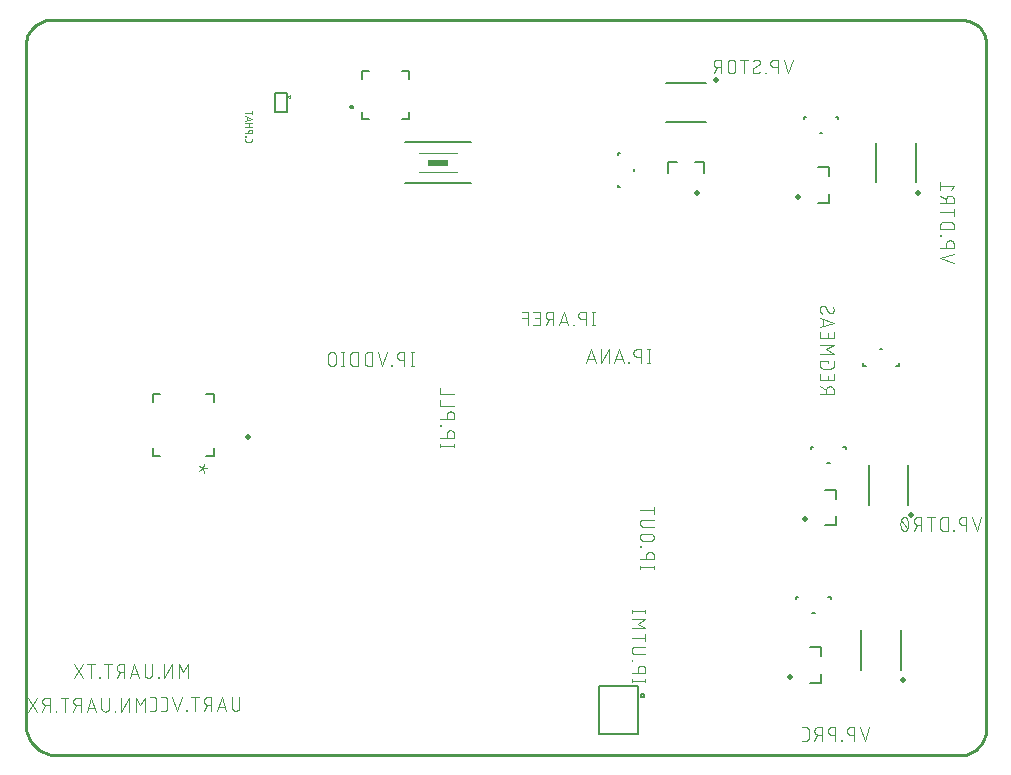
<source format=gbr>
G04 EAGLE Gerber RS-274X export*
G75*
%MOMM*%
%FSLAX34Y34*%
%LPD*%
%INSilkscreen Bottom*%
%IPPOS*%
%AMOC8*
5,1,8,0,0,1.08239X$1,22.5*%
G01*
%ADD10C,0.127000*%
%ADD11C,0.101600*%
%ADD12C,0.150000*%
%ADD13C,0.200000*%
%ADD14C,0.070000*%
%ADD15R,1.800000X0.600000*%
%ADD16R,1.100000X0.600000*%
%ADD17C,0.152400*%
%ADD18C,0.076200*%
%ADD19C,0.508000*%
%ADD20C,0.500000*%
%ADD21C,0.050800*%
%ADD22C,0.254000*%


D10*
X256550Y18100D02*
X289550Y18100D01*
X289550Y58100D01*
X256550Y58100D01*
X256550Y18100D01*
X292008Y50200D02*
X292010Y50275D01*
X292016Y50351D01*
X292026Y50426D01*
X292040Y50500D01*
X292057Y50573D01*
X292079Y50646D01*
X292104Y50717D01*
X292133Y50787D01*
X292165Y50855D01*
X292201Y50921D01*
X292241Y50985D01*
X292283Y51048D01*
X292329Y51107D01*
X292378Y51165D01*
X292430Y51220D01*
X292485Y51272D01*
X292543Y51321D01*
X292602Y51367D01*
X292665Y51409D01*
X292729Y51449D01*
X292795Y51485D01*
X292863Y51517D01*
X292933Y51546D01*
X293004Y51571D01*
X293077Y51593D01*
X293150Y51610D01*
X293224Y51624D01*
X293299Y51634D01*
X293375Y51640D01*
X293450Y51642D01*
X293525Y51640D01*
X293601Y51634D01*
X293676Y51624D01*
X293750Y51610D01*
X293823Y51593D01*
X293896Y51571D01*
X293967Y51546D01*
X294037Y51517D01*
X294105Y51485D01*
X294171Y51449D01*
X294235Y51409D01*
X294298Y51367D01*
X294357Y51321D01*
X294415Y51272D01*
X294470Y51220D01*
X294522Y51165D01*
X294571Y51107D01*
X294617Y51048D01*
X294659Y50985D01*
X294699Y50921D01*
X294735Y50855D01*
X294767Y50787D01*
X294796Y50717D01*
X294821Y50646D01*
X294843Y50573D01*
X294860Y50500D01*
X294874Y50426D01*
X294884Y50351D01*
X294890Y50275D01*
X294892Y50200D01*
X294890Y50125D01*
X294884Y50049D01*
X294874Y49974D01*
X294860Y49900D01*
X294843Y49827D01*
X294821Y49754D01*
X294796Y49683D01*
X294767Y49613D01*
X294735Y49545D01*
X294699Y49479D01*
X294659Y49415D01*
X294617Y49352D01*
X294571Y49293D01*
X294522Y49235D01*
X294470Y49180D01*
X294415Y49128D01*
X294357Y49079D01*
X294298Y49033D01*
X294235Y48991D01*
X294171Y48951D01*
X294105Y48915D01*
X294037Y48883D01*
X293967Y48854D01*
X293896Y48829D01*
X293823Y48807D01*
X293750Y48790D01*
X293676Y48776D01*
X293601Y48766D01*
X293525Y48760D01*
X293450Y48758D01*
X293375Y48760D01*
X293299Y48766D01*
X293224Y48776D01*
X293150Y48790D01*
X293077Y48807D01*
X293004Y48829D01*
X292933Y48854D01*
X292863Y48883D01*
X292795Y48915D01*
X292729Y48951D01*
X292665Y48991D01*
X292602Y49033D01*
X292543Y49079D01*
X292485Y49128D01*
X292430Y49180D01*
X292378Y49235D01*
X292329Y49293D01*
X292283Y49352D01*
X292241Y49415D01*
X292201Y49479D01*
X292165Y49545D01*
X292133Y49613D01*
X292104Y49683D01*
X292079Y49754D01*
X292057Y49827D01*
X292040Y49900D01*
X292026Y49974D01*
X292016Y50049D01*
X292010Y50125D01*
X292008Y50200D01*
D11*
X251923Y363728D02*
X251923Y375412D01*
X253221Y363728D02*
X250625Y363728D01*
X250625Y375412D02*
X253221Y375412D01*
X245474Y375412D02*
X245474Y363728D01*
X245474Y375412D02*
X242228Y375412D01*
X242115Y375410D01*
X242002Y375404D01*
X241889Y375394D01*
X241776Y375380D01*
X241664Y375363D01*
X241553Y375341D01*
X241443Y375316D01*
X241333Y375286D01*
X241225Y375253D01*
X241118Y375216D01*
X241012Y375176D01*
X240908Y375131D01*
X240805Y375083D01*
X240704Y375032D01*
X240605Y374977D01*
X240508Y374919D01*
X240413Y374857D01*
X240320Y374792D01*
X240230Y374724D01*
X240142Y374653D01*
X240056Y374578D01*
X239973Y374501D01*
X239893Y374421D01*
X239816Y374338D01*
X239741Y374252D01*
X239670Y374164D01*
X239602Y374074D01*
X239537Y373981D01*
X239475Y373886D01*
X239417Y373789D01*
X239362Y373690D01*
X239311Y373589D01*
X239263Y373486D01*
X239218Y373382D01*
X239178Y373276D01*
X239141Y373169D01*
X239108Y373061D01*
X239078Y372951D01*
X239053Y372841D01*
X239031Y372730D01*
X239014Y372618D01*
X239000Y372505D01*
X238990Y372392D01*
X238984Y372279D01*
X238982Y372166D01*
X238984Y372053D01*
X238990Y371940D01*
X239000Y371827D01*
X239014Y371714D01*
X239031Y371602D01*
X239053Y371491D01*
X239078Y371381D01*
X239108Y371271D01*
X239141Y371163D01*
X239178Y371056D01*
X239218Y370950D01*
X239263Y370846D01*
X239311Y370743D01*
X239362Y370642D01*
X239417Y370543D01*
X239475Y370446D01*
X239537Y370351D01*
X239602Y370258D01*
X239670Y370168D01*
X239741Y370080D01*
X239816Y369994D01*
X239893Y369911D01*
X239973Y369831D01*
X240056Y369754D01*
X240142Y369679D01*
X240230Y369608D01*
X240320Y369540D01*
X240413Y369475D01*
X240508Y369413D01*
X240605Y369355D01*
X240704Y369300D01*
X240805Y369249D01*
X240908Y369201D01*
X241012Y369156D01*
X241118Y369116D01*
X241225Y369079D01*
X241333Y369046D01*
X241443Y369016D01*
X241553Y368991D01*
X241664Y368969D01*
X241776Y368952D01*
X241889Y368938D01*
X242002Y368928D01*
X242115Y368922D01*
X242228Y368920D01*
X242228Y368921D02*
X245474Y368921D01*
X235102Y364377D02*
X235102Y363728D01*
X235102Y364377D02*
X234453Y364377D01*
X234453Y363728D01*
X235102Y363728D01*
X230672Y363728D02*
X226777Y375412D01*
X222882Y363728D01*
X223856Y366649D02*
X229698Y366649D01*
X218138Y363728D02*
X218138Y375412D01*
X214892Y375412D01*
X214779Y375410D01*
X214666Y375404D01*
X214553Y375394D01*
X214440Y375380D01*
X214328Y375363D01*
X214217Y375341D01*
X214107Y375316D01*
X213997Y375286D01*
X213889Y375253D01*
X213782Y375216D01*
X213676Y375176D01*
X213572Y375131D01*
X213469Y375083D01*
X213368Y375032D01*
X213269Y374977D01*
X213172Y374919D01*
X213077Y374857D01*
X212984Y374792D01*
X212894Y374724D01*
X212806Y374653D01*
X212720Y374578D01*
X212637Y374501D01*
X212557Y374421D01*
X212480Y374338D01*
X212405Y374252D01*
X212334Y374164D01*
X212266Y374074D01*
X212201Y373981D01*
X212139Y373886D01*
X212081Y373789D01*
X212026Y373690D01*
X211975Y373589D01*
X211927Y373486D01*
X211882Y373382D01*
X211842Y373276D01*
X211805Y373169D01*
X211772Y373061D01*
X211742Y372951D01*
X211717Y372841D01*
X211695Y372730D01*
X211678Y372618D01*
X211664Y372505D01*
X211654Y372392D01*
X211648Y372279D01*
X211646Y372166D01*
X211648Y372053D01*
X211654Y371940D01*
X211664Y371827D01*
X211678Y371714D01*
X211695Y371602D01*
X211717Y371491D01*
X211742Y371381D01*
X211772Y371271D01*
X211805Y371163D01*
X211842Y371056D01*
X211882Y370950D01*
X211927Y370846D01*
X211975Y370743D01*
X212026Y370642D01*
X212081Y370543D01*
X212139Y370446D01*
X212201Y370351D01*
X212266Y370258D01*
X212334Y370168D01*
X212405Y370080D01*
X212480Y369994D01*
X212557Y369911D01*
X212637Y369831D01*
X212720Y369754D01*
X212806Y369679D01*
X212894Y369608D01*
X212984Y369540D01*
X213077Y369475D01*
X213172Y369413D01*
X213269Y369355D01*
X213368Y369300D01*
X213469Y369249D01*
X213572Y369201D01*
X213676Y369156D01*
X213782Y369116D01*
X213889Y369079D01*
X213997Y369046D01*
X214107Y369016D01*
X214217Y368991D01*
X214328Y368969D01*
X214440Y368952D01*
X214553Y368938D01*
X214666Y368928D01*
X214779Y368922D01*
X214892Y368920D01*
X214892Y368921D02*
X218138Y368921D01*
X214243Y368921D02*
X211647Y363728D01*
X206378Y363728D02*
X201185Y363728D01*
X206378Y363728D02*
X206378Y375412D01*
X201185Y375412D01*
X202483Y370219D02*
X206378Y370219D01*
X196472Y375412D02*
X196472Y363728D01*
X196472Y375412D02*
X191279Y375412D01*
X191279Y370219D02*
X196472Y370219D01*
X98383Y341122D02*
X98383Y329438D01*
X99681Y329438D02*
X97084Y329438D01*
X97084Y341122D02*
X99681Y341122D01*
X91934Y341122D02*
X91934Y329438D01*
X91934Y341122D02*
X88688Y341122D01*
X88575Y341120D01*
X88462Y341114D01*
X88349Y341104D01*
X88236Y341090D01*
X88124Y341073D01*
X88013Y341051D01*
X87903Y341026D01*
X87793Y340996D01*
X87685Y340963D01*
X87578Y340926D01*
X87472Y340886D01*
X87368Y340841D01*
X87265Y340793D01*
X87164Y340742D01*
X87065Y340687D01*
X86968Y340629D01*
X86873Y340567D01*
X86780Y340502D01*
X86690Y340434D01*
X86602Y340363D01*
X86516Y340288D01*
X86433Y340211D01*
X86353Y340131D01*
X86276Y340048D01*
X86201Y339962D01*
X86130Y339874D01*
X86062Y339784D01*
X85997Y339691D01*
X85935Y339596D01*
X85877Y339499D01*
X85822Y339400D01*
X85771Y339299D01*
X85723Y339196D01*
X85678Y339092D01*
X85638Y338986D01*
X85601Y338879D01*
X85568Y338771D01*
X85538Y338661D01*
X85513Y338551D01*
X85491Y338440D01*
X85474Y338328D01*
X85460Y338215D01*
X85450Y338102D01*
X85444Y337989D01*
X85442Y337876D01*
X85444Y337763D01*
X85450Y337650D01*
X85460Y337537D01*
X85474Y337424D01*
X85491Y337312D01*
X85513Y337201D01*
X85538Y337091D01*
X85568Y336981D01*
X85601Y336873D01*
X85638Y336766D01*
X85678Y336660D01*
X85723Y336556D01*
X85771Y336453D01*
X85822Y336352D01*
X85877Y336253D01*
X85935Y336156D01*
X85997Y336061D01*
X86062Y335968D01*
X86130Y335878D01*
X86201Y335790D01*
X86276Y335704D01*
X86353Y335621D01*
X86433Y335541D01*
X86516Y335464D01*
X86602Y335389D01*
X86690Y335318D01*
X86780Y335250D01*
X86873Y335185D01*
X86968Y335123D01*
X87065Y335065D01*
X87164Y335010D01*
X87265Y334959D01*
X87368Y334911D01*
X87472Y334866D01*
X87578Y334826D01*
X87685Y334789D01*
X87793Y334756D01*
X87903Y334726D01*
X88013Y334701D01*
X88124Y334679D01*
X88236Y334662D01*
X88349Y334648D01*
X88462Y334638D01*
X88575Y334632D01*
X88688Y334630D01*
X88688Y334631D02*
X91934Y334631D01*
X81562Y330087D02*
X81562Y329438D01*
X81562Y330087D02*
X80913Y330087D01*
X80913Y329438D01*
X81562Y329438D01*
X73237Y329438D02*
X77131Y341122D01*
X69342Y341122D02*
X73237Y329438D01*
X64671Y329438D02*
X64671Y341122D01*
X61426Y341122D01*
X61313Y341120D01*
X61200Y341114D01*
X61087Y341104D01*
X60974Y341090D01*
X60862Y341073D01*
X60751Y341051D01*
X60641Y341026D01*
X60531Y340996D01*
X60423Y340963D01*
X60316Y340926D01*
X60210Y340886D01*
X60106Y340841D01*
X60003Y340793D01*
X59902Y340742D01*
X59803Y340687D01*
X59706Y340629D01*
X59611Y340567D01*
X59518Y340502D01*
X59428Y340434D01*
X59340Y340363D01*
X59254Y340288D01*
X59171Y340211D01*
X59091Y340131D01*
X59014Y340048D01*
X58939Y339962D01*
X58868Y339874D01*
X58800Y339784D01*
X58735Y339691D01*
X58673Y339596D01*
X58615Y339499D01*
X58560Y339400D01*
X58509Y339299D01*
X58461Y339196D01*
X58416Y339092D01*
X58376Y338986D01*
X58339Y338879D01*
X58306Y338771D01*
X58276Y338661D01*
X58251Y338551D01*
X58229Y338440D01*
X58212Y338328D01*
X58198Y338215D01*
X58188Y338102D01*
X58182Y337989D01*
X58180Y337876D01*
X58180Y332684D01*
X58182Y332571D01*
X58188Y332458D01*
X58198Y332345D01*
X58212Y332232D01*
X58229Y332120D01*
X58251Y332009D01*
X58276Y331899D01*
X58306Y331789D01*
X58339Y331681D01*
X58376Y331574D01*
X58416Y331468D01*
X58461Y331364D01*
X58509Y331261D01*
X58560Y331160D01*
X58615Y331061D01*
X58673Y330964D01*
X58735Y330869D01*
X58800Y330776D01*
X58868Y330686D01*
X58939Y330598D01*
X59014Y330512D01*
X59091Y330429D01*
X59171Y330349D01*
X59254Y330272D01*
X59340Y330197D01*
X59428Y330126D01*
X59518Y330058D01*
X59611Y329993D01*
X59706Y329931D01*
X59803Y329873D01*
X59902Y329818D01*
X60003Y329767D01*
X60106Y329719D01*
X60210Y329674D01*
X60316Y329634D01*
X60423Y329597D01*
X60531Y329564D01*
X60641Y329534D01*
X60751Y329509D01*
X60862Y329487D01*
X60974Y329470D01*
X61087Y329456D01*
X61200Y329446D01*
X61313Y329440D01*
X61426Y329438D01*
X64671Y329438D01*
X52479Y329438D02*
X52479Y341122D01*
X49234Y341122D01*
X49121Y341120D01*
X49008Y341114D01*
X48895Y341104D01*
X48782Y341090D01*
X48670Y341073D01*
X48559Y341051D01*
X48449Y341026D01*
X48339Y340996D01*
X48231Y340963D01*
X48124Y340926D01*
X48018Y340886D01*
X47914Y340841D01*
X47811Y340793D01*
X47710Y340742D01*
X47611Y340687D01*
X47514Y340629D01*
X47419Y340567D01*
X47326Y340502D01*
X47236Y340434D01*
X47148Y340363D01*
X47062Y340288D01*
X46979Y340211D01*
X46899Y340131D01*
X46822Y340048D01*
X46747Y339962D01*
X46676Y339874D01*
X46608Y339784D01*
X46543Y339691D01*
X46481Y339596D01*
X46423Y339499D01*
X46368Y339400D01*
X46317Y339299D01*
X46269Y339196D01*
X46224Y339092D01*
X46184Y338986D01*
X46147Y338879D01*
X46114Y338771D01*
X46084Y338661D01*
X46059Y338551D01*
X46037Y338440D01*
X46020Y338328D01*
X46006Y338215D01*
X45996Y338102D01*
X45990Y337989D01*
X45988Y337876D01*
X45988Y332684D01*
X45990Y332571D01*
X45996Y332458D01*
X46006Y332345D01*
X46020Y332232D01*
X46037Y332120D01*
X46059Y332009D01*
X46084Y331899D01*
X46114Y331789D01*
X46147Y331681D01*
X46184Y331574D01*
X46224Y331468D01*
X46269Y331364D01*
X46317Y331261D01*
X46368Y331160D01*
X46423Y331061D01*
X46481Y330964D01*
X46543Y330869D01*
X46608Y330776D01*
X46676Y330686D01*
X46747Y330598D01*
X46822Y330512D01*
X46899Y330429D01*
X46979Y330349D01*
X47062Y330272D01*
X47148Y330197D01*
X47236Y330126D01*
X47326Y330058D01*
X47419Y329993D01*
X47514Y329931D01*
X47611Y329873D01*
X47710Y329818D01*
X47811Y329767D01*
X47914Y329719D01*
X48018Y329674D01*
X48124Y329634D01*
X48231Y329597D01*
X48339Y329564D01*
X48449Y329534D01*
X48559Y329509D01*
X48670Y329487D01*
X48782Y329470D01*
X48895Y329456D01*
X49008Y329446D01*
X49121Y329440D01*
X49234Y329438D01*
X52479Y329438D01*
X39709Y329438D02*
X39709Y341122D01*
X41007Y329438D02*
X38411Y329438D01*
X38411Y341122D02*
X41007Y341122D01*
X33810Y337876D02*
X33810Y332684D01*
X33811Y337876D02*
X33809Y337989D01*
X33803Y338102D01*
X33793Y338215D01*
X33779Y338328D01*
X33762Y338440D01*
X33740Y338551D01*
X33715Y338661D01*
X33685Y338771D01*
X33652Y338879D01*
X33615Y338986D01*
X33575Y339092D01*
X33530Y339196D01*
X33482Y339299D01*
X33431Y339400D01*
X33376Y339499D01*
X33318Y339596D01*
X33256Y339691D01*
X33191Y339784D01*
X33123Y339874D01*
X33052Y339962D01*
X32977Y340048D01*
X32900Y340131D01*
X32820Y340211D01*
X32737Y340288D01*
X32651Y340363D01*
X32563Y340434D01*
X32473Y340502D01*
X32380Y340567D01*
X32285Y340629D01*
X32188Y340687D01*
X32089Y340742D01*
X31988Y340793D01*
X31885Y340841D01*
X31781Y340886D01*
X31675Y340926D01*
X31568Y340963D01*
X31460Y340996D01*
X31350Y341026D01*
X31240Y341051D01*
X31129Y341073D01*
X31017Y341090D01*
X30904Y341104D01*
X30791Y341114D01*
X30678Y341120D01*
X30565Y341122D01*
X30452Y341120D01*
X30339Y341114D01*
X30226Y341104D01*
X30113Y341090D01*
X30001Y341073D01*
X29890Y341051D01*
X29780Y341026D01*
X29670Y340996D01*
X29562Y340963D01*
X29455Y340926D01*
X29349Y340886D01*
X29245Y340841D01*
X29142Y340793D01*
X29041Y340742D01*
X28942Y340687D01*
X28845Y340629D01*
X28750Y340567D01*
X28657Y340502D01*
X28567Y340434D01*
X28479Y340363D01*
X28393Y340288D01*
X28310Y340211D01*
X28230Y340131D01*
X28153Y340048D01*
X28078Y339962D01*
X28007Y339874D01*
X27939Y339784D01*
X27874Y339691D01*
X27812Y339596D01*
X27754Y339499D01*
X27699Y339400D01*
X27648Y339299D01*
X27600Y339196D01*
X27555Y339092D01*
X27515Y338986D01*
X27478Y338879D01*
X27445Y338771D01*
X27415Y338661D01*
X27390Y338551D01*
X27368Y338440D01*
X27351Y338328D01*
X27337Y338215D01*
X27327Y338102D01*
X27321Y337989D01*
X27319Y337876D01*
X27319Y332684D01*
X27321Y332571D01*
X27327Y332458D01*
X27337Y332345D01*
X27351Y332232D01*
X27368Y332120D01*
X27390Y332009D01*
X27415Y331899D01*
X27445Y331789D01*
X27478Y331681D01*
X27515Y331574D01*
X27555Y331468D01*
X27600Y331364D01*
X27648Y331261D01*
X27699Y331160D01*
X27754Y331061D01*
X27812Y330964D01*
X27874Y330869D01*
X27939Y330776D01*
X28007Y330686D01*
X28078Y330598D01*
X28153Y330512D01*
X28230Y330429D01*
X28310Y330349D01*
X28393Y330272D01*
X28479Y330197D01*
X28567Y330126D01*
X28657Y330058D01*
X28750Y329993D01*
X28845Y329931D01*
X28942Y329873D01*
X29041Y329818D01*
X29142Y329767D01*
X29245Y329719D01*
X29349Y329674D01*
X29455Y329634D01*
X29562Y329597D01*
X29670Y329564D01*
X29780Y329534D01*
X29890Y329509D01*
X30001Y329487D01*
X30113Y329470D01*
X30226Y329456D01*
X30339Y329446D01*
X30452Y329440D01*
X30565Y329438D01*
X30678Y329440D01*
X30791Y329446D01*
X30904Y329456D01*
X31017Y329470D01*
X31129Y329487D01*
X31240Y329509D01*
X31350Y329534D01*
X31460Y329564D01*
X31568Y329597D01*
X31675Y329634D01*
X31781Y329674D01*
X31885Y329719D01*
X31988Y329767D01*
X32089Y329818D01*
X32188Y329873D01*
X32285Y329931D01*
X32380Y329993D01*
X32473Y330058D01*
X32563Y330126D01*
X32651Y330197D01*
X32737Y330272D01*
X32820Y330349D01*
X32900Y330429D01*
X32977Y330512D01*
X33052Y330598D01*
X33123Y330686D01*
X33191Y330776D01*
X33256Y330869D01*
X33318Y330964D01*
X33376Y331061D01*
X33431Y331160D01*
X33482Y331261D01*
X33530Y331364D01*
X33575Y331468D01*
X33615Y331574D01*
X33652Y331681D01*
X33685Y331789D01*
X33715Y331899D01*
X33740Y332009D01*
X33762Y332120D01*
X33779Y332232D01*
X33793Y332345D01*
X33803Y332458D01*
X33809Y332571D01*
X33811Y332684D01*
X298732Y331978D02*
X298732Y343662D01*
X300030Y331978D02*
X297434Y331978D01*
X297434Y343662D02*
X300030Y343662D01*
X292283Y343662D02*
X292283Y331978D01*
X292283Y343662D02*
X289038Y343662D01*
X288925Y343660D01*
X288812Y343654D01*
X288699Y343644D01*
X288586Y343630D01*
X288474Y343613D01*
X288363Y343591D01*
X288253Y343566D01*
X288143Y343536D01*
X288035Y343503D01*
X287928Y343466D01*
X287822Y343426D01*
X287718Y343381D01*
X287615Y343333D01*
X287514Y343282D01*
X287415Y343227D01*
X287318Y343169D01*
X287223Y343107D01*
X287130Y343042D01*
X287040Y342974D01*
X286952Y342903D01*
X286866Y342828D01*
X286783Y342751D01*
X286703Y342671D01*
X286626Y342588D01*
X286551Y342502D01*
X286480Y342414D01*
X286412Y342324D01*
X286347Y342231D01*
X286285Y342136D01*
X286227Y342039D01*
X286172Y341940D01*
X286121Y341839D01*
X286073Y341736D01*
X286028Y341632D01*
X285988Y341526D01*
X285951Y341419D01*
X285918Y341311D01*
X285888Y341201D01*
X285863Y341091D01*
X285841Y340980D01*
X285824Y340868D01*
X285810Y340755D01*
X285800Y340642D01*
X285794Y340529D01*
X285792Y340416D01*
X285794Y340303D01*
X285800Y340190D01*
X285810Y340077D01*
X285824Y339964D01*
X285841Y339852D01*
X285863Y339741D01*
X285888Y339631D01*
X285918Y339521D01*
X285951Y339413D01*
X285988Y339306D01*
X286028Y339200D01*
X286073Y339096D01*
X286121Y338993D01*
X286172Y338892D01*
X286227Y338793D01*
X286285Y338696D01*
X286347Y338601D01*
X286412Y338508D01*
X286480Y338418D01*
X286551Y338330D01*
X286626Y338244D01*
X286703Y338161D01*
X286783Y338081D01*
X286866Y338004D01*
X286952Y337929D01*
X287040Y337858D01*
X287130Y337790D01*
X287223Y337725D01*
X287318Y337663D01*
X287415Y337605D01*
X287514Y337550D01*
X287615Y337499D01*
X287718Y337451D01*
X287822Y337406D01*
X287928Y337366D01*
X288035Y337329D01*
X288143Y337296D01*
X288253Y337266D01*
X288363Y337241D01*
X288474Y337219D01*
X288586Y337202D01*
X288699Y337188D01*
X288812Y337178D01*
X288925Y337172D01*
X289038Y337170D01*
X289038Y337171D02*
X292283Y337171D01*
X281912Y332627D02*
X281912Y331978D01*
X281912Y332627D02*
X281263Y332627D01*
X281263Y331978D01*
X281912Y331978D01*
X277481Y331978D02*
X273586Y343662D01*
X269692Y331978D01*
X270665Y334899D02*
X276507Y334899D01*
X265021Y331978D02*
X265021Y343662D01*
X258530Y331978D01*
X258530Y343662D01*
X249964Y343662D02*
X253859Y331978D01*
X246070Y331978D02*
X249964Y343662D01*
X247043Y334899D02*
X252885Y334899D01*
X284226Y62865D02*
X295910Y62865D01*
X284226Y61567D02*
X284226Y64163D01*
X295910Y64163D02*
X295910Y61567D01*
X295910Y69314D02*
X284226Y69314D01*
X295910Y69314D02*
X295910Y72559D01*
X295908Y72672D01*
X295902Y72785D01*
X295892Y72898D01*
X295878Y73011D01*
X295861Y73123D01*
X295839Y73234D01*
X295814Y73344D01*
X295784Y73454D01*
X295751Y73562D01*
X295714Y73669D01*
X295674Y73775D01*
X295629Y73879D01*
X295581Y73982D01*
X295530Y74083D01*
X295475Y74182D01*
X295417Y74279D01*
X295355Y74374D01*
X295290Y74467D01*
X295222Y74557D01*
X295151Y74645D01*
X295076Y74731D01*
X294999Y74814D01*
X294919Y74894D01*
X294836Y74971D01*
X294750Y75046D01*
X294662Y75117D01*
X294572Y75185D01*
X294479Y75250D01*
X294384Y75312D01*
X294287Y75370D01*
X294188Y75425D01*
X294087Y75476D01*
X293984Y75524D01*
X293880Y75569D01*
X293774Y75609D01*
X293667Y75646D01*
X293559Y75679D01*
X293449Y75709D01*
X293339Y75734D01*
X293228Y75756D01*
X293116Y75773D01*
X293003Y75787D01*
X292890Y75797D01*
X292777Y75803D01*
X292664Y75805D01*
X292551Y75803D01*
X292438Y75797D01*
X292325Y75787D01*
X292212Y75773D01*
X292100Y75756D01*
X291989Y75734D01*
X291879Y75709D01*
X291769Y75679D01*
X291661Y75646D01*
X291554Y75609D01*
X291448Y75569D01*
X291344Y75524D01*
X291241Y75476D01*
X291140Y75425D01*
X291041Y75370D01*
X290944Y75312D01*
X290849Y75250D01*
X290756Y75185D01*
X290666Y75117D01*
X290578Y75046D01*
X290492Y74971D01*
X290409Y74894D01*
X290329Y74814D01*
X290252Y74731D01*
X290177Y74645D01*
X290106Y74557D01*
X290038Y74467D01*
X289973Y74374D01*
X289911Y74279D01*
X289853Y74182D01*
X289798Y74083D01*
X289747Y73982D01*
X289699Y73879D01*
X289654Y73775D01*
X289614Y73669D01*
X289577Y73562D01*
X289544Y73454D01*
X289514Y73344D01*
X289489Y73234D01*
X289467Y73123D01*
X289450Y73011D01*
X289436Y72898D01*
X289426Y72785D01*
X289420Y72672D01*
X289418Y72559D01*
X289419Y72559D02*
X289419Y69314D01*
X284875Y79685D02*
X284226Y79685D01*
X284875Y79685D02*
X284875Y80335D01*
X284226Y80335D01*
X284226Y79685D01*
X287472Y85146D02*
X295910Y85146D01*
X287472Y85146D02*
X287359Y85148D01*
X287246Y85154D01*
X287133Y85164D01*
X287020Y85178D01*
X286908Y85195D01*
X286797Y85217D01*
X286687Y85242D01*
X286577Y85272D01*
X286469Y85305D01*
X286362Y85342D01*
X286256Y85382D01*
X286152Y85427D01*
X286049Y85475D01*
X285948Y85526D01*
X285849Y85581D01*
X285752Y85639D01*
X285657Y85701D01*
X285564Y85766D01*
X285474Y85834D01*
X285386Y85905D01*
X285300Y85980D01*
X285217Y86057D01*
X285137Y86137D01*
X285060Y86220D01*
X284985Y86306D01*
X284914Y86394D01*
X284846Y86484D01*
X284781Y86577D01*
X284719Y86672D01*
X284661Y86769D01*
X284606Y86868D01*
X284555Y86969D01*
X284507Y87072D01*
X284462Y87176D01*
X284422Y87282D01*
X284385Y87389D01*
X284352Y87497D01*
X284322Y87607D01*
X284297Y87717D01*
X284275Y87828D01*
X284258Y87940D01*
X284244Y88053D01*
X284234Y88166D01*
X284228Y88279D01*
X284226Y88392D01*
X284228Y88505D01*
X284234Y88618D01*
X284244Y88731D01*
X284258Y88844D01*
X284275Y88956D01*
X284297Y89067D01*
X284322Y89177D01*
X284352Y89287D01*
X284385Y89395D01*
X284422Y89502D01*
X284462Y89608D01*
X284507Y89712D01*
X284555Y89815D01*
X284606Y89916D01*
X284661Y90015D01*
X284719Y90112D01*
X284781Y90207D01*
X284846Y90300D01*
X284914Y90390D01*
X284985Y90478D01*
X285060Y90564D01*
X285137Y90647D01*
X285217Y90727D01*
X285300Y90804D01*
X285386Y90879D01*
X285474Y90950D01*
X285564Y91018D01*
X285657Y91083D01*
X285752Y91145D01*
X285849Y91203D01*
X285948Y91258D01*
X286049Y91309D01*
X286152Y91357D01*
X286256Y91402D01*
X286362Y91442D01*
X286469Y91479D01*
X286577Y91512D01*
X286687Y91542D01*
X286797Y91567D01*
X286908Y91589D01*
X287020Y91606D01*
X287133Y91620D01*
X287246Y91630D01*
X287359Y91636D01*
X287472Y91638D01*
X295910Y91638D01*
X295910Y99441D02*
X284226Y99441D01*
X295910Y96195D02*
X295910Y102687D01*
X295910Y107357D02*
X284226Y107357D01*
X289419Y111252D02*
X295910Y107357D01*
X289419Y111252D02*
X295910Y115147D01*
X284226Y115147D01*
X284226Y121539D02*
X295910Y121539D01*
X284226Y120241D02*
X284226Y122837D01*
X295910Y122837D02*
X295910Y120241D01*
X291338Y159173D02*
X303022Y159173D01*
X291338Y157875D02*
X291338Y160472D01*
X303022Y160472D02*
X303022Y157875D01*
X303022Y165622D02*
X291338Y165622D01*
X303022Y165622D02*
X303022Y168868D01*
X303020Y168981D01*
X303014Y169094D01*
X303004Y169207D01*
X302990Y169320D01*
X302973Y169432D01*
X302951Y169543D01*
X302926Y169653D01*
X302896Y169763D01*
X302863Y169871D01*
X302826Y169978D01*
X302786Y170084D01*
X302741Y170188D01*
X302693Y170291D01*
X302642Y170392D01*
X302587Y170491D01*
X302529Y170588D01*
X302467Y170683D01*
X302402Y170776D01*
X302334Y170866D01*
X302263Y170954D01*
X302188Y171040D01*
X302111Y171123D01*
X302031Y171203D01*
X301948Y171280D01*
X301862Y171355D01*
X301774Y171426D01*
X301684Y171494D01*
X301591Y171559D01*
X301496Y171621D01*
X301399Y171679D01*
X301300Y171734D01*
X301199Y171785D01*
X301096Y171833D01*
X300992Y171878D01*
X300886Y171918D01*
X300779Y171955D01*
X300671Y171988D01*
X300561Y172018D01*
X300451Y172043D01*
X300340Y172065D01*
X300228Y172082D01*
X300115Y172096D01*
X300002Y172106D01*
X299889Y172112D01*
X299776Y172114D01*
X299663Y172112D01*
X299550Y172106D01*
X299437Y172096D01*
X299324Y172082D01*
X299212Y172065D01*
X299101Y172043D01*
X298991Y172018D01*
X298881Y171988D01*
X298773Y171955D01*
X298666Y171918D01*
X298560Y171878D01*
X298456Y171833D01*
X298353Y171785D01*
X298252Y171734D01*
X298153Y171679D01*
X298056Y171621D01*
X297961Y171559D01*
X297868Y171494D01*
X297778Y171426D01*
X297690Y171355D01*
X297604Y171280D01*
X297521Y171203D01*
X297441Y171123D01*
X297364Y171040D01*
X297289Y170954D01*
X297218Y170866D01*
X297150Y170776D01*
X297085Y170683D01*
X297023Y170588D01*
X296965Y170491D01*
X296910Y170392D01*
X296859Y170291D01*
X296811Y170188D01*
X296766Y170084D01*
X296726Y169978D01*
X296689Y169871D01*
X296656Y169763D01*
X296626Y169653D01*
X296601Y169543D01*
X296579Y169432D01*
X296562Y169320D01*
X296548Y169207D01*
X296538Y169094D01*
X296532Y168981D01*
X296530Y168868D01*
X296531Y168868D02*
X296531Y165622D01*
X291987Y175994D02*
X291338Y175994D01*
X291987Y175994D02*
X291987Y176643D01*
X291338Y176643D01*
X291338Y175994D01*
X294584Y181074D02*
X299776Y181074D01*
X299776Y181073D02*
X299889Y181075D01*
X300002Y181081D01*
X300115Y181091D01*
X300228Y181105D01*
X300340Y181122D01*
X300451Y181144D01*
X300561Y181169D01*
X300671Y181199D01*
X300779Y181232D01*
X300886Y181269D01*
X300992Y181309D01*
X301096Y181354D01*
X301199Y181402D01*
X301300Y181453D01*
X301399Y181508D01*
X301496Y181566D01*
X301591Y181628D01*
X301684Y181693D01*
X301774Y181761D01*
X301862Y181832D01*
X301948Y181907D01*
X302031Y181984D01*
X302111Y182064D01*
X302188Y182147D01*
X302263Y182233D01*
X302334Y182321D01*
X302402Y182411D01*
X302467Y182504D01*
X302529Y182599D01*
X302587Y182696D01*
X302642Y182795D01*
X302693Y182896D01*
X302741Y182999D01*
X302786Y183103D01*
X302826Y183209D01*
X302863Y183316D01*
X302896Y183424D01*
X302926Y183534D01*
X302951Y183644D01*
X302973Y183755D01*
X302990Y183867D01*
X303004Y183980D01*
X303014Y184093D01*
X303020Y184206D01*
X303022Y184319D01*
X303020Y184432D01*
X303014Y184545D01*
X303004Y184658D01*
X302990Y184771D01*
X302973Y184883D01*
X302951Y184994D01*
X302926Y185104D01*
X302896Y185214D01*
X302863Y185322D01*
X302826Y185429D01*
X302786Y185535D01*
X302741Y185639D01*
X302693Y185742D01*
X302642Y185843D01*
X302587Y185942D01*
X302529Y186039D01*
X302467Y186134D01*
X302402Y186227D01*
X302334Y186317D01*
X302263Y186405D01*
X302188Y186491D01*
X302111Y186574D01*
X302031Y186654D01*
X301948Y186731D01*
X301862Y186806D01*
X301774Y186877D01*
X301684Y186945D01*
X301591Y187010D01*
X301496Y187072D01*
X301399Y187130D01*
X301300Y187185D01*
X301199Y187236D01*
X301096Y187284D01*
X300992Y187329D01*
X300886Y187369D01*
X300779Y187406D01*
X300671Y187439D01*
X300561Y187469D01*
X300451Y187494D01*
X300340Y187516D01*
X300228Y187533D01*
X300115Y187547D01*
X300002Y187557D01*
X299889Y187563D01*
X299776Y187565D01*
X294584Y187565D01*
X294471Y187563D01*
X294358Y187557D01*
X294245Y187547D01*
X294132Y187533D01*
X294020Y187516D01*
X293909Y187494D01*
X293799Y187469D01*
X293689Y187439D01*
X293581Y187406D01*
X293474Y187369D01*
X293368Y187329D01*
X293264Y187284D01*
X293161Y187236D01*
X293060Y187185D01*
X292961Y187130D01*
X292864Y187072D01*
X292769Y187010D01*
X292676Y186945D01*
X292586Y186877D01*
X292498Y186806D01*
X292412Y186731D01*
X292329Y186654D01*
X292249Y186574D01*
X292172Y186491D01*
X292097Y186405D01*
X292026Y186317D01*
X291958Y186227D01*
X291893Y186134D01*
X291831Y186039D01*
X291773Y185942D01*
X291718Y185843D01*
X291667Y185742D01*
X291619Y185639D01*
X291574Y185535D01*
X291534Y185429D01*
X291497Y185322D01*
X291464Y185214D01*
X291434Y185104D01*
X291409Y184994D01*
X291387Y184883D01*
X291370Y184771D01*
X291356Y184658D01*
X291346Y184545D01*
X291340Y184432D01*
X291338Y184319D01*
X291340Y184206D01*
X291346Y184093D01*
X291356Y183980D01*
X291370Y183867D01*
X291387Y183755D01*
X291409Y183644D01*
X291434Y183534D01*
X291464Y183424D01*
X291497Y183316D01*
X291534Y183209D01*
X291574Y183103D01*
X291619Y182999D01*
X291667Y182896D01*
X291718Y182795D01*
X291773Y182696D01*
X291831Y182599D01*
X291893Y182504D01*
X291958Y182411D01*
X292026Y182321D01*
X292097Y182233D01*
X292172Y182147D01*
X292249Y182064D01*
X292329Y181984D01*
X292412Y181907D01*
X292498Y181832D01*
X292586Y181761D01*
X292676Y181693D01*
X292769Y181628D01*
X292864Y181566D01*
X292961Y181508D01*
X293060Y181453D01*
X293161Y181402D01*
X293264Y181354D01*
X293368Y181309D01*
X293474Y181269D01*
X293581Y181232D01*
X293689Y181199D01*
X293799Y181169D01*
X293909Y181144D01*
X294020Y181122D01*
X294132Y181105D01*
X294245Y181091D01*
X294358Y181081D01*
X294471Y181075D01*
X294584Y181073D01*
X294584Y192885D02*
X303022Y192885D01*
X294584Y192884D02*
X294471Y192886D01*
X294358Y192892D01*
X294245Y192902D01*
X294132Y192916D01*
X294020Y192933D01*
X293909Y192955D01*
X293799Y192980D01*
X293689Y193010D01*
X293581Y193043D01*
X293474Y193080D01*
X293368Y193120D01*
X293264Y193165D01*
X293161Y193213D01*
X293060Y193264D01*
X292961Y193319D01*
X292864Y193377D01*
X292769Y193439D01*
X292676Y193504D01*
X292586Y193572D01*
X292498Y193643D01*
X292412Y193718D01*
X292329Y193795D01*
X292249Y193875D01*
X292172Y193958D01*
X292097Y194044D01*
X292026Y194132D01*
X291958Y194222D01*
X291893Y194315D01*
X291831Y194410D01*
X291773Y194507D01*
X291718Y194606D01*
X291667Y194707D01*
X291619Y194810D01*
X291574Y194914D01*
X291534Y195020D01*
X291497Y195127D01*
X291464Y195235D01*
X291434Y195345D01*
X291409Y195455D01*
X291387Y195566D01*
X291370Y195678D01*
X291356Y195791D01*
X291346Y195904D01*
X291340Y196017D01*
X291338Y196130D01*
X291340Y196243D01*
X291346Y196356D01*
X291356Y196469D01*
X291370Y196582D01*
X291387Y196694D01*
X291409Y196805D01*
X291434Y196915D01*
X291464Y197025D01*
X291497Y197133D01*
X291534Y197240D01*
X291574Y197346D01*
X291619Y197450D01*
X291667Y197553D01*
X291718Y197654D01*
X291773Y197753D01*
X291831Y197850D01*
X291893Y197945D01*
X291958Y198038D01*
X292026Y198128D01*
X292097Y198216D01*
X292172Y198302D01*
X292249Y198385D01*
X292329Y198465D01*
X292412Y198542D01*
X292498Y198617D01*
X292586Y198688D01*
X292676Y198756D01*
X292769Y198821D01*
X292864Y198883D01*
X292961Y198941D01*
X293060Y198996D01*
X293161Y199047D01*
X293264Y199095D01*
X293368Y199140D01*
X293474Y199180D01*
X293581Y199217D01*
X293689Y199250D01*
X293799Y199280D01*
X293909Y199305D01*
X294020Y199327D01*
X294132Y199344D01*
X294245Y199358D01*
X294358Y199368D01*
X294471Y199374D01*
X294584Y199376D01*
X303022Y199376D01*
X303022Y207179D02*
X291338Y207179D01*
X303022Y203934D02*
X303022Y210425D01*
X134112Y261983D02*
X122428Y261983D01*
X122428Y260685D02*
X122428Y263281D01*
X134112Y263281D02*
X134112Y260685D01*
X134112Y268432D02*
X122428Y268432D01*
X134112Y268432D02*
X134112Y271677D01*
X134110Y271790D01*
X134104Y271903D01*
X134094Y272016D01*
X134080Y272129D01*
X134063Y272241D01*
X134041Y272352D01*
X134016Y272462D01*
X133986Y272572D01*
X133953Y272680D01*
X133916Y272787D01*
X133876Y272893D01*
X133831Y272997D01*
X133783Y273100D01*
X133732Y273201D01*
X133677Y273300D01*
X133619Y273397D01*
X133557Y273492D01*
X133492Y273585D01*
X133424Y273675D01*
X133353Y273763D01*
X133278Y273849D01*
X133201Y273932D01*
X133121Y274012D01*
X133038Y274089D01*
X132952Y274164D01*
X132864Y274235D01*
X132774Y274303D01*
X132681Y274368D01*
X132586Y274430D01*
X132489Y274488D01*
X132390Y274543D01*
X132289Y274594D01*
X132186Y274642D01*
X132082Y274687D01*
X131976Y274727D01*
X131869Y274764D01*
X131761Y274797D01*
X131651Y274827D01*
X131541Y274852D01*
X131430Y274874D01*
X131318Y274891D01*
X131205Y274905D01*
X131092Y274915D01*
X130979Y274921D01*
X130866Y274923D01*
X130753Y274921D01*
X130640Y274915D01*
X130527Y274905D01*
X130414Y274891D01*
X130302Y274874D01*
X130191Y274852D01*
X130081Y274827D01*
X129971Y274797D01*
X129863Y274764D01*
X129756Y274727D01*
X129650Y274687D01*
X129546Y274642D01*
X129443Y274594D01*
X129342Y274543D01*
X129243Y274488D01*
X129146Y274430D01*
X129051Y274368D01*
X128958Y274303D01*
X128868Y274235D01*
X128780Y274164D01*
X128694Y274089D01*
X128611Y274012D01*
X128531Y273932D01*
X128454Y273849D01*
X128379Y273763D01*
X128308Y273675D01*
X128240Y273585D01*
X128175Y273492D01*
X128113Y273397D01*
X128055Y273300D01*
X128000Y273201D01*
X127949Y273100D01*
X127901Y272997D01*
X127856Y272893D01*
X127816Y272787D01*
X127779Y272680D01*
X127746Y272572D01*
X127716Y272462D01*
X127691Y272352D01*
X127669Y272241D01*
X127652Y272129D01*
X127638Y272016D01*
X127628Y271903D01*
X127622Y271790D01*
X127620Y271677D01*
X127621Y271677D02*
X127621Y268432D01*
X123077Y278803D02*
X122428Y278803D01*
X123077Y278803D02*
X123077Y279452D01*
X122428Y279452D01*
X122428Y278803D01*
X122428Y284433D02*
X134112Y284433D01*
X134112Y287679D01*
X134110Y287792D01*
X134104Y287905D01*
X134094Y288018D01*
X134080Y288131D01*
X134063Y288243D01*
X134041Y288354D01*
X134016Y288464D01*
X133986Y288574D01*
X133953Y288682D01*
X133916Y288789D01*
X133876Y288895D01*
X133831Y288999D01*
X133783Y289102D01*
X133732Y289203D01*
X133677Y289302D01*
X133619Y289399D01*
X133557Y289494D01*
X133492Y289587D01*
X133424Y289677D01*
X133353Y289765D01*
X133278Y289851D01*
X133201Y289934D01*
X133121Y290014D01*
X133038Y290091D01*
X132952Y290166D01*
X132864Y290237D01*
X132774Y290305D01*
X132681Y290370D01*
X132586Y290432D01*
X132489Y290490D01*
X132390Y290545D01*
X132289Y290596D01*
X132186Y290644D01*
X132082Y290689D01*
X131976Y290729D01*
X131869Y290766D01*
X131761Y290799D01*
X131651Y290829D01*
X131541Y290854D01*
X131430Y290876D01*
X131318Y290893D01*
X131205Y290907D01*
X131092Y290917D01*
X130979Y290923D01*
X130866Y290925D01*
X130753Y290923D01*
X130640Y290917D01*
X130527Y290907D01*
X130414Y290893D01*
X130302Y290876D01*
X130191Y290854D01*
X130081Y290829D01*
X129971Y290799D01*
X129863Y290766D01*
X129756Y290729D01*
X129650Y290689D01*
X129546Y290644D01*
X129443Y290596D01*
X129342Y290545D01*
X129243Y290490D01*
X129146Y290432D01*
X129051Y290370D01*
X128958Y290305D01*
X128868Y290237D01*
X128780Y290166D01*
X128694Y290091D01*
X128611Y290014D01*
X128531Y289934D01*
X128454Y289851D01*
X128379Y289765D01*
X128308Y289677D01*
X128240Y289587D01*
X128175Y289494D01*
X128113Y289399D01*
X128055Y289302D01*
X128000Y289203D01*
X127949Y289102D01*
X127901Y288999D01*
X127856Y288895D01*
X127816Y288789D01*
X127779Y288682D01*
X127746Y288574D01*
X127716Y288464D01*
X127691Y288354D01*
X127669Y288243D01*
X127652Y288131D01*
X127638Y288018D01*
X127628Y287905D01*
X127622Y287792D01*
X127620Y287679D01*
X127621Y287679D02*
X127621Y284433D01*
X122428Y295717D02*
X134112Y295717D01*
X122428Y295717D02*
X122428Y300910D01*
X122428Y305623D02*
X134112Y305623D01*
X122428Y305623D02*
X122428Y310816D01*
X485441Y23622D02*
X481546Y11938D01*
X477652Y23622D01*
X472811Y23622D02*
X472811Y11938D01*
X472811Y23622D02*
X469566Y23622D01*
X469453Y23620D01*
X469340Y23614D01*
X469227Y23604D01*
X469114Y23590D01*
X469002Y23573D01*
X468891Y23551D01*
X468781Y23526D01*
X468671Y23496D01*
X468563Y23463D01*
X468456Y23426D01*
X468350Y23386D01*
X468246Y23341D01*
X468143Y23293D01*
X468042Y23242D01*
X467943Y23187D01*
X467846Y23129D01*
X467751Y23067D01*
X467658Y23002D01*
X467568Y22934D01*
X467480Y22863D01*
X467394Y22788D01*
X467311Y22711D01*
X467231Y22631D01*
X467154Y22548D01*
X467079Y22462D01*
X467008Y22374D01*
X466940Y22284D01*
X466875Y22191D01*
X466813Y22096D01*
X466755Y21999D01*
X466700Y21900D01*
X466649Y21799D01*
X466601Y21696D01*
X466556Y21592D01*
X466516Y21486D01*
X466479Y21379D01*
X466446Y21271D01*
X466416Y21161D01*
X466391Y21051D01*
X466369Y20940D01*
X466352Y20828D01*
X466338Y20715D01*
X466328Y20602D01*
X466322Y20489D01*
X466320Y20376D01*
X466322Y20263D01*
X466328Y20150D01*
X466338Y20037D01*
X466352Y19924D01*
X466369Y19812D01*
X466391Y19701D01*
X466416Y19591D01*
X466446Y19481D01*
X466479Y19373D01*
X466516Y19266D01*
X466556Y19160D01*
X466601Y19056D01*
X466649Y18953D01*
X466700Y18852D01*
X466755Y18753D01*
X466813Y18656D01*
X466875Y18561D01*
X466940Y18468D01*
X467008Y18378D01*
X467079Y18290D01*
X467154Y18204D01*
X467231Y18121D01*
X467311Y18041D01*
X467394Y17964D01*
X467480Y17889D01*
X467568Y17818D01*
X467658Y17750D01*
X467751Y17685D01*
X467846Y17623D01*
X467943Y17565D01*
X468042Y17510D01*
X468143Y17459D01*
X468246Y17411D01*
X468350Y17366D01*
X468456Y17326D01*
X468563Y17289D01*
X468671Y17256D01*
X468781Y17226D01*
X468891Y17201D01*
X469002Y17179D01*
X469114Y17162D01*
X469227Y17148D01*
X469340Y17138D01*
X469453Y17132D01*
X469566Y17130D01*
X469566Y17131D02*
X472811Y17131D01*
X462440Y12587D02*
X462440Y11938D01*
X462440Y12587D02*
X461791Y12587D01*
X461791Y11938D01*
X462440Y11938D01*
X456809Y11938D02*
X456809Y23622D01*
X453564Y23622D01*
X453451Y23620D01*
X453338Y23614D01*
X453225Y23604D01*
X453112Y23590D01*
X453000Y23573D01*
X452889Y23551D01*
X452779Y23526D01*
X452669Y23496D01*
X452561Y23463D01*
X452454Y23426D01*
X452348Y23386D01*
X452244Y23341D01*
X452141Y23293D01*
X452040Y23242D01*
X451941Y23187D01*
X451844Y23129D01*
X451749Y23067D01*
X451656Y23002D01*
X451566Y22934D01*
X451478Y22863D01*
X451392Y22788D01*
X451309Y22711D01*
X451229Y22631D01*
X451152Y22548D01*
X451077Y22462D01*
X451006Y22374D01*
X450938Y22284D01*
X450873Y22191D01*
X450811Y22096D01*
X450753Y21999D01*
X450698Y21900D01*
X450647Y21799D01*
X450599Y21696D01*
X450554Y21592D01*
X450514Y21486D01*
X450477Y21379D01*
X450444Y21271D01*
X450414Y21161D01*
X450389Y21051D01*
X450367Y20940D01*
X450350Y20828D01*
X450336Y20715D01*
X450326Y20602D01*
X450320Y20489D01*
X450318Y20376D01*
X450320Y20263D01*
X450326Y20150D01*
X450336Y20037D01*
X450350Y19924D01*
X450367Y19812D01*
X450389Y19701D01*
X450414Y19591D01*
X450444Y19481D01*
X450477Y19373D01*
X450514Y19266D01*
X450554Y19160D01*
X450599Y19056D01*
X450647Y18953D01*
X450698Y18852D01*
X450753Y18753D01*
X450811Y18656D01*
X450873Y18561D01*
X450938Y18468D01*
X451006Y18378D01*
X451077Y18290D01*
X451152Y18204D01*
X451229Y18121D01*
X451309Y18041D01*
X451392Y17964D01*
X451478Y17889D01*
X451566Y17818D01*
X451656Y17750D01*
X451749Y17685D01*
X451844Y17623D01*
X451941Y17565D01*
X452040Y17510D01*
X452141Y17459D01*
X452244Y17411D01*
X452348Y17366D01*
X452454Y17326D01*
X452561Y17289D01*
X452669Y17256D01*
X452779Y17226D01*
X452889Y17201D01*
X453000Y17179D01*
X453112Y17162D01*
X453225Y17148D01*
X453338Y17138D01*
X453451Y17132D01*
X453564Y17130D01*
X453564Y17131D02*
X456809Y17131D01*
X445475Y11938D02*
X445475Y23622D01*
X442230Y23622D01*
X442117Y23620D01*
X442004Y23614D01*
X441891Y23604D01*
X441778Y23590D01*
X441666Y23573D01*
X441555Y23551D01*
X441445Y23526D01*
X441335Y23496D01*
X441227Y23463D01*
X441120Y23426D01*
X441014Y23386D01*
X440910Y23341D01*
X440807Y23293D01*
X440706Y23242D01*
X440607Y23187D01*
X440510Y23129D01*
X440415Y23067D01*
X440322Y23002D01*
X440232Y22934D01*
X440144Y22863D01*
X440058Y22788D01*
X439975Y22711D01*
X439895Y22631D01*
X439818Y22548D01*
X439743Y22462D01*
X439672Y22374D01*
X439604Y22284D01*
X439539Y22191D01*
X439477Y22096D01*
X439419Y21999D01*
X439364Y21900D01*
X439313Y21799D01*
X439265Y21696D01*
X439220Y21592D01*
X439180Y21486D01*
X439143Y21379D01*
X439110Y21271D01*
X439080Y21161D01*
X439055Y21051D01*
X439033Y20940D01*
X439016Y20828D01*
X439002Y20715D01*
X438992Y20602D01*
X438986Y20489D01*
X438984Y20376D01*
X438986Y20263D01*
X438992Y20150D01*
X439002Y20037D01*
X439016Y19924D01*
X439033Y19812D01*
X439055Y19701D01*
X439080Y19591D01*
X439110Y19481D01*
X439143Y19373D01*
X439180Y19266D01*
X439220Y19160D01*
X439265Y19056D01*
X439313Y18953D01*
X439364Y18852D01*
X439419Y18753D01*
X439477Y18656D01*
X439539Y18561D01*
X439604Y18468D01*
X439672Y18378D01*
X439743Y18290D01*
X439818Y18204D01*
X439895Y18121D01*
X439975Y18041D01*
X440058Y17964D01*
X440144Y17889D01*
X440232Y17818D01*
X440322Y17750D01*
X440415Y17685D01*
X440510Y17623D01*
X440607Y17565D01*
X440706Y17510D01*
X440807Y17459D01*
X440910Y17411D01*
X441014Y17366D01*
X441120Y17326D01*
X441227Y17289D01*
X441335Y17256D01*
X441445Y17226D01*
X441555Y17201D01*
X441666Y17179D01*
X441778Y17162D01*
X441891Y17148D01*
X442004Y17138D01*
X442117Y17132D01*
X442230Y17130D01*
X442230Y17131D02*
X445475Y17131D01*
X441581Y17131D02*
X438984Y11938D01*
X431556Y11938D02*
X428959Y11938D01*
X431556Y11938D02*
X431655Y11940D01*
X431755Y11946D01*
X431854Y11955D01*
X431952Y11968D01*
X432050Y11985D01*
X432148Y12006D01*
X432244Y12031D01*
X432339Y12059D01*
X432433Y12091D01*
X432526Y12126D01*
X432618Y12165D01*
X432708Y12208D01*
X432796Y12253D01*
X432883Y12303D01*
X432967Y12355D01*
X433050Y12411D01*
X433130Y12469D01*
X433208Y12531D01*
X433283Y12596D01*
X433356Y12664D01*
X433426Y12734D01*
X433494Y12807D01*
X433559Y12882D01*
X433621Y12960D01*
X433679Y13040D01*
X433735Y13123D01*
X433787Y13207D01*
X433837Y13294D01*
X433882Y13382D01*
X433925Y13472D01*
X433964Y13564D01*
X433999Y13657D01*
X434031Y13751D01*
X434059Y13846D01*
X434084Y13942D01*
X434105Y14040D01*
X434122Y14138D01*
X434135Y14236D01*
X434144Y14335D01*
X434150Y14435D01*
X434152Y14534D01*
X434152Y21026D01*
X434150Y21125D01*
X434144Y21225D01*
X434135Y21324D01*
X434122Y21422D01*
X434105Y21520D01*
X434084Y21618D01*
X434059Y21714D01*
X434031Y21809D01*
X433999Y21903D01*
X433964Y21996D01*
X433925Y22088D01*
X433882Y22178D01*
X433837Y22266D01*
X433787Y22353D01*
X433735Y22437D01*
X433679Y22520D01*
X433621Y22600D01*
X433559Y22678D01*
X433494Y22753D01*
X433426Y22826D01*
X433356Y22896D01*
X433283Y22964D01*
X433208Y23029D01*
X433130Y23091D01*
X433050Y23149D01*
X432967Y23205D01*
X432883Y23257D01*
X432796Y23307D01*
X432708Y23352D01*
X432618Y23395D01*
X432526Y23434D01*
X432433Y23469D01*
X432339Y23501D01*
X432244Y23529D01*
X432148Y23554D01*
X432050Y23575D01*
X431952Y23592D01*
X431854Y23605D01*
X431755Y23614D01*
X431655Y23620D01*
X431556Y23622D01*
X428959Y23622D01*
X557022Y416610D02*
X545338Y420504D01*
X557022Y424399D01*
X557022Y429239D02*
X545338Y429239D01*
X557022Y429239D02*
X557022Y432484D01*
X557020Y432597D01*
X557014Y432710D01*
X557004Y432823D01*
X556990Y432936D01*
X556973Y433048D01*
X556951Y433159D01*
X556926Y433269D01*
X556896Y433379D01*
X556863Y433487D01*
X556826Y433594D01*
X556786Y433700D01*
X556741Y433804D01*
X556693Y433907D01*
X556642Y434008D01*
X556587Y434107D01*
X556529Y434204D01*
X556467Y434299D01*
X556402Y434392D01*
X556334Y434482D01*
X556263Y434570D01*
X556188Y434656D01*
X556111Y434739D01*
X556031Y434819D01*
X555948Y434896D01*
X555862Y434971D01*
X555774Y435042D01*
X555684Y435110D01*
X555591Y435175D01*
X555496Y435237D01*
X555399Y435295D01*
X555300Y435350D01*
X555199Y435401D01*
X555096Y435449D01*
X554992Y435494D01*
X554886Y435534D01*
X554779Y435571D01*
X554671Y435604D01*
X554561Y435634D01*
X554451Y435659D01*
X554340Y435681D01*
X554228Y435698D01*
X554115Y435712D01*
X554002Y435722D01*
X553889Y435728D01*
X553776Y435730D01*
X553663Y435728D01*
X553550Y435722D01*
X553437Y435712D01*
X553324Y435698D01*
X553212Y435681D01*
X553101Y435659D01*
X552991Y435634D01*
X552881Y435604D01*
X552773Y435571D01*
X552666Y435534D01*
X552560Y435494D01*
X552456Y435449D01*
X552353Y435401D01*
X552252Y435350D01*
X552153Y435295D01*
X552056Y435237D01*
X551961Y435175D01*
X551868Y435110D01*
X551778Y435042D01*
X551690Y434971D01*
X551604Y434896D01*
X551521Y434819D01*
X551441Y434739D01*
X551364Y434656D01*
X551289Y434570D01*
X551218Y434482D01*
X551150Y434392D01*
X551085Y434299D01*
X551023Y434204D01*
X550965Y434107D01*
X550910Y434008D01*
X550859Y433907D01*
X550811Y433804D01*
X550766Y433700D01*
X550726Y433594D01*
X550689Y433487D01*
X550656Y433379D01*
X550626Y433269D01*
X550601Y433159D01*
X550579Y433048D01*
X550562Y432936D01*
X550548Y432823D01*
X550538Y432710D01*
X550532Y432597D01*
X550530Y432484D01*
X550531Y432484D02*
X550531Y429239D01*
X545987Y439611D02*
X545338Y439611D01*
X545987Y439611D02*
X545987Y440260D01*
X545338Y440260D01*
X545338Y439611D01*
X545338Y445072D02*
X557022Y445072D01*
X557022Y448317D01*
X557020Y448430D01*
X557014Y448543D01*
X557004Y448656D01*
X556990Y448769D01*
X556973Y448881D01*
X556951Y448992D01*
X556926Y449102D01*
X556896Y449212D01*
X556863Y449320D01*
X556826Y449427D01*
X556786Y449533D01*
X556741Y449637D01*
X556693Y449740D01*
X556642Y449841D01*
X556587Y449940D01*
X556529Y450037D01*
X556467Y450132D01*
X556402Y450225D01*
X556334Y450315D01*
X556263Y450403D01*
X556188Y450489D01*
X556111Y450572D01*
X556031Y450652D01*
X555948Y450729D01*
X555862Y450804D01*
X555774Y450875D01*
X555684Y450943D01*
X555591Y451008D01*
X555496Y451070D01*
X555399Y451128D01*
X555300Y451183D01*
X555199Y451234D01*
X555096Y451282D01*
X554992Y451327D01*
X554886Y451367D01*
X554779Y451404D01*
X554671Y451437D01*
X554561Y451467D01*
X554451Y451492D01*
X554340Y451514D01*
X554228Y451531D01*
X554115Y451545D01*
X554002Y451555D01*
X553889Y451561D01*
X553776Y451563D01*
X548584Y451563D01*
X548471Y451561D01*
X548358Y451555D01*
X548245Y451545D01*
X548132Y451531D01*
X548020Y451514D01*
X547909Y451492D01*
X547799Y451467D01*
X547689Y451437D01*
X547581Y451404D01*
X547474Y451367D01*
X547368Y451327D01*
X547264Y451282D01*
X547161Y451234D01*
X547060Y451183D01*
X546961Y451128D01*
X546864Y451070D01*
X546769Y451008D01*
X546676Y450943D01*
X546586Y450875D01*
X546498Y450804D01*
X546412Y450729D01*
X546329Y450652D01*
X546249Y450572D01*
X546172Y450489D01*
X546097Y450403D01*
X546026Y450315D01*
X545958Y450225D01*
X545893Y450132D01*
X545831Y450037D01*
X545773Y449940D01*
X545718Y449841D01*
X545667Y449740D01*
X545619Y449637D01*
X545574Y449533D01*
X545534Y449427D01*
X545497Y449320D01*
X545464Y449212D01*
X545434Y449102D01*
X545409Y448992D01*
X545387Y448881D01*
X545370Y448769D01*
X545356Y448656D01*
X545346Y448543D01*
X545340Y448430D01*
X545338Y448317D01*
X545338Y445072D01*
X545338Y459366D02*
X557022Y459366D01*
X557022Y456121D02*
X557022Y462612D01*
X557022Y467243D02*
X545338Y467243D01*
X557022Y467243D02*
X557022Y470489D01*
X557020Y470602D01*
X557014Y470715D01*
X557004Y470828D01*
X556990Y470941D01*
X556973Y471053D01*
X556951Y471164D01*
X556926Y471274D01*
X556896Y471384D01*
X556863Y471492D01*
X556826Y471599D01*
X556786Y471705D01*
X556741Y471809D01*
X556693Y471912D01*
X556642Y472013D01*
X556587Y472112D01*
X556529Y472209D01*
X556467Y472304D01*
X556402Y472397D01*
X556334Y472487D01*
X556263Y472575D01*
X556188Y472661D01*
X556111Y472744D01*
X556031Y472824D01*
X555948Y472901D01*
X555862Y472976D01*
X555774Y473047D01*
X555684Y473115D01*
X555591Y473180D01*
X555496Y473242D01*
X555399Y473300D01*
X555300Y473355D01*
X555199Y473406D01*
X555096Y473454D01*
X554992Y473499D01*
X554886Y473539D01*
X554779Y473576D01*
X554671Y473609D01*
X554561Y473639D01*
X554451Y473664D01*
X554340Y473686D01*
X554228Y473703D01*
X554115Y473717D01*
X554002Y473727D01*
X553889Y473733D01*
X553776Y473735D01*
X553663Y473733D01*
X553550Y473727D01*
X553437Y473717D01*
X553324Y473703D01*
X553212Y473686D01*
X553101Y473664D01*
X552991Y473639D01*
X552881Y473609D01*
X552773Y473576D01*
X552666Y473539D01*
X552560Y473499D01*
X552456Y473454D01*
X552353Y473406D01*
X552252Y473355D01*
X552153Y473300D01*
X552056Y473242D01*
X551961Y473180D01*
X551868Y473115D01*
X551778Y473047D01*
X551690Y472976D01*
X551604Y472901D01*
X551521Y472824D01*
X551441Y472744D01*
X551364Y472661D01*
X551289Y472575D01*
X551218Y472487D01*
X551150Y472397D01*
X551085Y472304D01*
X551023Y472209D01*
X550965Y472112D01*
X550910Y472013D01*
X550859Y471912D01*
X550811Y471809D01*
X550766Y471705D01*
X550726Y471599D01*
X550689Y471492D01*
X550656Y471384D01*
X550626Y471274D01*
X550601Y471164D01*
X550579Y471053D01*
X550562Y470941D01*
X550548Y470828D01*
X550538Y470715D01*
X550532Y470602D01*
X550530Y470489D01*
X550531Y470489D02*
X550531Y467243D01*
X550531Y471138D02*
X545338Y473734D01*
X554426Y478599D02*
X557022Y481845D01*
X545338Y481845D01*
X545338Y478599D02*
X545338Y485091D01*
X416971Y577088D02*
X420865Y588772D01*
X413076Y588772D02*
X416971Y577088D01*
X408236Y577088D02*
X408236Y588772D01*
X404990Y588772D01*
X404877Y588770D01*
X404764Y588764D01*
X404651Y588754D01*
X404538Y588740D01*
X404426Y588723D01*
X404315Y588701D01*
X404205Y588676D01*
X404095Y588646D01*
X403987Y588613D01*
X403880Y588576D01*
X403774Y588536D01*
X403670Y588491D01*
X403567Y588443D01*
X403466Y588392D01*
X403367Y588337D01*
X403270Y588279D01*
X403175Y588217D01*
X403082Y588152D01*
X402992Y588084D01*
X402904Y588013D01*
X402818Y587938D01*
X402735Y587861D01*
X402655Y587781D01*
X402578Y587698D01*
X402503Y587612D01*
X402432Y587524D01*
X402364Y587434D01*
X402299Y587341D01*
X402237Y587246D01*
X402179Y587149D01*
X402124Y587050D01*
X402073Y586949D01*
X402025Y586846D01*
X401980Y586742D01*
X401940Y586636D01*
X401903Y586529D01*
X401870Y586421D01*
X401840Y586311D01*
X401815Y586201D01*
X401793Y586090D01*
X401776Y585978D01*
X401762Y585865D01*
X401752Y585752D01*
X401746Y585639D01*
X401744Y585526D01*
X401746Y585413D01*
X401752Y585300D01*
X401762Y585187D01*
X401776Y585074D01*
X401793Y584962D01*
X401815Y584851D01*
X401840Y584741D01*
X401870Y584631D01*
X401903Y584523D01*
X401940Y584416D01*
X401980Y584310D01*
X402025Y584206D01*
X402073Y584103D01*
X402124Y584002D01*
X402179Y583903D01*
X402237Y583806D01*
X402299Y583711D01*
X402364Y583618D01*
X402432Y583528D01*
X402503Y583440D01*
X402578Y583354D01*
X402655Y583271D01*
X402735Y583191D01*
X402818Y583114D01*
X402904Y583039D01*
X402992Y582968D01*
X403082Y582900D01*
X403175Y582835D01*
X403270Y582773D01*
X403367Y582715D01*
X403466Y582660D01*
X403567Y582609D01*
X403670Y582561D01*
X403774Y582516D01*
X403880Y582476D01*
X403987Y582439D01*
X404095Y582406D01*
X404205Y582376D01*
X404315Y582351D01*
X404426Y582329D01*
X404538Y582312D01*
X404651Y582298D01*
X404764Y582288D01*
X404877Y582282D01*
X404990Y582280D01*
X404990Y582281D02*
X408236Y582281D01*
X397864Y577737D02*
X397864Y577088D01*
X397864Y577737D02*
X397215Y577737D01*
X397215Y577088D01*
X397864Y577088D01*
X389271Y577088D02*
X389172Y577090D01*
X389072Y577096D01*
X388973Y577105D01*
X388875Y577118D01*
X388777Y577135D01*
X388679Y577156D01*
X388583Y577181D01*
X388488Y577209D01*
X388394Y577241D01*
X388301Y577276D01*
X388209Y577315D01*
X388119Y577358D01*
X388031Y577403D01*
X387944Y577453D01*
X387860Y577505D01*
X387777Y577561D01*
X387697Y577619D01*
X387619Y577681D01*
X387544Y577746D01*
X387471Y577814D01*
X387401Y577884D01*
X387333Y577957D01*
X387268Y578032D01*
X387206Y578110D01*
X387148Y578190D01*
X387092Y578273D01*
X387040Y578357D01*
X386990Y578444D01*
X386945Y578532D01*
X386902Y578622D01*
X386863Y578714D01*
X386828Y578807D01*
X386796Y578901D01*
X386768Y578996D01*
X386743Y579092D01*
X386722Y579190D01*
X386705Y579288D01*
X386692Y579386D01*
X386683Y579485D01*
X386677Y579585D01*
X386675Y579684D01*
X389271Y577088D02*
X389415Y577090D01*
X389560Y577096D01*
X389704Y577105D01*
X389847Y577118D01*
X389991Y577135D01*
X390134Y577156D01*
X390276Y577181D01*
X390417Y577209D01*
X390558Y577241D01*
X390698Y577277D01*
X390837Y577316D01*
X390975Y577359D01*
X391111Y577406D01*
X391247Y577456D01*
X391381Y577510D01*
X391513Y577567D01*
X391644Y577628D01*
X391773Y577692D01*
X391901Y577760D01*
X392027Y577831D01*
X392151Y577905D01*
X392272Y577982D01*
X392392Y578063D01*
X392510Y578146D01*
X392625Y578233D01*
X392738Y578323D01*
X392849Y578416D01*
X392957Y578511D01*
X393063Y578610D01*
X393166Y578711D01*
X392840Y586176D02*
X392838Y586275D01*
X392832Y586375D01*
X392823Y586474D01*
X392810Y586572D01*
X392793Y586670D01*
X392772Y586768D01*
X392747Y586864D01*
X392719Y586959D01*
X392687Y587053D01*
X392652Y587146D01*
X392613Y587238D01*
X392570Y587328D01*
X392525Y587416D01*
X392475Y587503D01*
X392423Y587587D01*
X392367Y587670D01*
X392309Y587750D01*
X392247Y587828D01*
X392182Y587903D01*
X392114Y587976D01*
X392044Y588046D01*
X391971Y588114D01*
X391896Y588179D01*
X391818Y588241D01*
X391738Y588299D01*
X391655Y588355D01*
X391571Y588407D01*
X391484Y588457D01*
X391396Y588502D01*
X391306Y588545D01*
X391214Y588584D01*
X391121Y588619D01*
X391027Y588651D01*
X390932Y588679D01*
X390836Y588704D01*
X390738Y588725D01*
X390640Y588742D01*
X390542Y588755D01*
X390443Y588764D01*
X390343Y588770D01*
X390244Y588772D01*
X390108Y588770D01*
X389972Y588764D01*
X389836Y588755D01*
X389700Y588742D01*
X389565Y588724D01*
X389431Y588704D01*
X389297Y588679D01*
X389163Y588651D01*
X389031Y588618D01*
X388900Y588583D01*
X388769Y588543D01*
X388640Y588500D01*
X388512Y588454D01*
X388386Y588403D01*
X388260Y588350D01*
X388137Y588292D01*
X388015Y588232D01*
X387895Y588168D01*
X387776Y588100D01*
X387660Y588030D01*
X387546Y587956D01*
X387433Y587879D01*
X387323Y587798D01*
X391543Y583904D02*
X391629Y583957D01*
X391713Y584014D01*
X391795Y584073D01*
X391875Y584136D01*
X391952Y584202D01*
X392027Y584270D01*
X392099Y584342D01*
X392168Y584416D01*
X392234Y584493D01*
X392297Y584572D01*
X392357Y584654D01*
X392414Y584738D01*
X392468Y584824D01*
X392518Y584912D01*
X392565Y585002D01*
X392609Y585093D01*
X392648Y585187D01*
X392685Y585281D01*
X392717Y585377D01*
X392746Y585475D01*
X392771Y585573D01*
X392792Y585672D01*
X392810Y585772D01*
X392823Y585872D01*
X392833Y585973D01*
X392839Y586075D01*
X392841Y586176D01*
X387972Y581956D02*
X387886Y581903D01*
X387802Y581846D01*
X387720Y581787D01*
X387640Y581724D01*
X387563Y581658D01*
X387488Y581590D01*
X387416Y581518D01*
X387347Y581444D01*
X387281Y581367D01*
X387218Y581288D01*
X387158Y581206D01*
X387101Y581122D01*
X387047Y581036D01*
X386997Y580948D01*
X386950Y580858D01*
X386906Y580767D01*
X386867Y580673D01*
X386830Y580579D01*
X386798Y580483D01*
X386769Y580385D01*
X386744Y580287D01*
X386723Y580188D01*
X386705Y580088D01*
X386692Y579988D01*
X386682Y579887D01*
X386676Y579785D01*
X386674Y579684D01*
X387972Y581956D02*
X391543Y583904D01*
X379633Y588772D02*
X379633Y577088D01*
X382878Y588772D02*
X376387Y588772D01*
X372210Y585526D02*
X372210Y580334D01*
X372211Y585526D02*
X372209Y585639D01*
X372203Y585752D01*
X372193Y585865D01*
X372179Y585978D01*
X372162Y586090D01*
X372140Y586201D01*
X372115Y586311D01*
X372085Y586421D01*
X372052Y586529D01*
X372015Y586636D01*
X371975Y586742D01*
X371930Y586846D01*
X371882Y586949D01*
X371831Y587050D01*
X371776Y587149D01*
X371718Y587246D01*
X371656Y587341D01*
X371591Y587434D01*
X371523Y587524D01*
X371452Y587612D01*
X371377Y587698D01*
X371300Y587781D01*
X371220Y587861D01*
X371137Y587938D01*
X371051Y588013D01*
X370963Y588084D01*
X370873Y588152D01*
X370780Y588217D01*
X370685Y588279D01*
X370588Y588337D01*
X370489Y588392D01*
X370388Y588443D01*
X370285Y588491D01*
X370181Y588536D01*
X370075Y588576D01*
X369968Y588613D01*
X369860Y588646D01*
X369750Y588676D01*
X369640Y588701D01*
X369529Y588723D01*
X369417Y588740D01*
X369304Y588754D01*
X369191Y588764D01*
X369078Y588770D01*
X368965Y588772D01*
X368852Y588770D01*
X368739Y588764D01*
X368626Y588754D01*
X368513Y588740D01*
X368401Y588723D01*
X368290Y588701D01*
X368180Y588676D01*
X368070Y588646D01*
X367962Y588613D01*
X367855Y588576D01*
X367749Y588536D01*
X367645Y588491D01*
X367542Y588443D01*
X367441Y588392D01*
X367342Y588337D01*
X367245Y588279D01*
X367150Y588217D01*
X367057Y588152D01*
X366967Y588084D01*
X366879Y588013D01*
X366793Y587938D01*
X366710Y587861D01*
X366630Y587781D01*
X366553Y587698D01*
X366478Y587612D01*
X366407Y587524D01*
X366339Y587434D01*
X366274Y587341D01*
X366212Y587246D01*
X366154Y587149D01*
X366099Y587050D01*
X366048Y586949D01*
X366000Y586846D01*
X365955Y586742D01*
X365915Y586636D01*
X365878Y586529D01*
X365845Y586421D01*
X365815Y586311D01*
X365790Y586201D01*
X365768Y586090D01*
X365751Y585978D01*
X365737Y585865D01*
X365727Y585752D01*
X365721Y585639D01*
X365719Y585526D01*
X365719Y580334D01*
X365721Y580221D01*
X365727Y580108D01*
X365737Y579995D01*
X365751Y579882D01*
X365768Y579770D01*
X365790Y579659D01*
X365815Y579549D01*
X365845Y579439D01*
X365878Y579331D01*
X365915Y579224D01*
X365955Y579118D01*
X366000Y579014D01*
X366048Y578911D01*
X366099Y578810D01*
X366154Y578711D01*
X366212Y578614D01*
X366274Y578519D01*
X366339Y578426D01*
X366407Y578336D01*
X366478Y578248D01*
X366553Y578162D01*
X366630Y578079D01*
X366710Y577999D01*
X366793Y577922D01*
X366879Y577847D01*
X366967Y577776D01*
X367057Y577708D01*
X367150Y577643D01*
X367245Y577581D01*
X367342Y577523D01*
X367441Y577468D01*
X367542Y577417D01*
X367645Y577369D01*
X367749Y577324D01*
X367855Y577284D01*
X367962Y577247D01*
X368070Y577214D01*
X368180Y577184D01*
X368290Y577159D01*
X368401Y577137D01*
X368513Y577120D01*
X368626Y577106D01*
X368739Y577096D01*
X368852Y577090D01*
X368965Y577088D01*
X369078Y577090D01*
X369191Y577096D01*
X369304Y577106D01*
X369417Y577120D01*
X369529Y577137D01*
X369640Y577159D01*
X369750Y577184D01*
X369860Y577214D01*
X369968Y577247D01*
X370075Y577284D01*
X370181Y577324D01*
X370285Y577369D01*
X370388Y577417D01*
X370489Y577468D01*
X370588Y577523D01*
X370685Y577581D01*
X370780Y577643D01*
X370873Y577708D01*
X370963Y577776D01*
X371051Y577847D01*
X371137Y577922D01*
X371220Y577999D01*
X371300Y578079D01*
X371377Y578162D01*
X371452Y578248D01*
X371523Y578336D01*
X371591Y578426D01*
X371656Y578519D01*
X371718Y578614D01*
X371776Y578711D01*
X371831Y578810D01*
X371882Y578911D01*
X371930Y579014D01*
X371975Y579118D01*
X372015Y579224D01*
X372052Y579331D01*
X372085Y579439D01*
X372115Y579549D01*
X372140Y579659D01*
X372162Y579770D01*
X372179Y579882D01*
X372193Y579995D01*
X372203Y580108D01*
X372209Y580221D01*
X372211Y580334D01*
X360326Y577088D02*
X360326Y588772D01*
X357080Y588772D01*
X356967Y588770D01*
X356854Y588764D01*
X356741Y588754D01*
X356628Y588740D01*
X356516Y588723D01*
X356405Y588701D01*
X356295Y588676D01*
X356185Y588646D01*
X356077Y588613D01*
X355970Y588576D01*
X355864Y588536D01*
X355760Y588491D01*
X355657Y588443D01*
X355556Y588392D01*
X355457Y588337D01*
X355360Y588279D01*
X355265Y588217D01*
X355172Y588152D01*
X355082Y588084D01*
X354994Y588013D01*
X354908Y587938D01*
X354825Y587861D01*
X354745Y587781D01*
X354668Y587698D01*
X354593Y587612D01*
X354522Y587524D01*
X354454Y587434D01*
X354389Y587341D01*
X354327Y587246D01*
X354269Y587149D01*
X354214Y587050D01*
X354163Y586949D01*
X354115Y586846D01*
X354070Y586742D01*
X354030Y586636D01*
X353993Y586529D01*
X353960Y586421D01*
X353930Y586311D01*
X353905Y586201D01*
X353883Y586090D01*
X353866Y585978D01*
X353852Y585865D01*
X353842Y585752D01*
X353836Y585639D01*
X353834Y585526D01*
X353836Y585413D01*
X353842Y585300D01*
X353852Y585187D01*
X353866Y585074D01*
X353883Y584962D01*
X353905Y584851D01*
X353930Y584741D01*
X353960Y584631D01*
X353993Y584523D01*
X354030Y584416D01*
X354070Y584310D01*
X354115Y584206D01*
X354163Y584103D01*
X354214Y584002D01*
X354269Y583903D01*
X354327Y583806D01*
X354389Y583711D01*
X354454Y583618D01*
X354522Y583528D01*
X354593Y583440D01*
X354668Y583354D01*
X354745Y583271D01*
X354825Y583191D01*
X354908Y583114D01*
X354994Y583039D01*
X355082Y582968D01*
X355172Y582900D01*
X355265Y582835D01*
X355360Y582773D01*
X355457Y582715D01*
X355556Y582660D01*
X355657Y582609D01*
X355760Y582561D01*
X355864Y582516D01*
X355970Y582476D01*
X356077Y582439D01*
X356185Y582406D01*
X356295Y582376D01*
X356405Y582351D01*
X356516Y582329D01*
X356628Y582312D01*
X356741Y582298D01*
X356854Y582288D01*
X356967Y582282D01*
X357080Y582280D01*
X357080Y582281D02*
X360326Y582281D01*
X356431Y582281D02*
X353835Y577088D01*
X580341Y201422D02*
X576446Y189738D01*
X572551Y201422D01*
X567711Y201422D02*
X567711Y189738D01*
X567711Y201422D02*
X564466Y201422D01*
X564353Y201420D01*
X564240Y201414D01*
X564127Y201404D01*
X564014Y201390D01*
X563902Y201373D01*
X563791Y201351D01*
X563681Y201326D01*
X563571Y201296D01*
X563463Y201263D01*
X563356Y201226D01*
X563250Y201186D01*
X563146Y201141D01*
X563043Y201093D01*
X562942Y201042D01*
X562843Y200987D01*
X562746Y200929D01*
X562651Y200867D01*
X562558Y200802D01*
X562468Y200734D01*
X562380Y200663D01*
X562294Y200588D01*
X562211Y200511D01*
X562131Y200431D01*
X562054Y200348D01*
X561979Y200262D01*
X561908Y200174D01*
X561840Y200084D01*
X561775Y199991D01*
X561713Y199896D01*
X561655Y199799D01*
X561600Y199700D01*
X561549Y199599D01*
X561501Y199496D01*
X561456Y199392D01*
X561416Y199286D01*
X561379Y199179D01*
X561346Y199071D01*
X561316Y198961D01*
X561291Y198851D01*
X561269Y198740D01*
X561252Y198628D01*
X561238Y198515D01*
X561228Y198402D01*
X561222Y198289D01*
X561220Y198176D01*
X561222Y198063D01*
X561228Y197950D01*
X561238Y197837D01*
X561252Y197724D01*
X561269Y197612D01*
X561291Y197501D01*
X561316Y197391D01*
X561346Y197281D01*
X561379Y197173D01*
X561416Y197066D01*
X561456Y196960D01*
X561501Y196856D01*
X561549Y196753D01*
X561600Y196652D01*
X561655Y196553D01*
X561713Y196456D01*
X561775Y196361D01*
X561840Y196268D01*
X561908Y196178D01*
X561979Y196090D01*
X562054Y196004D01*
X562131Y195921D01*
X562211Y195841D01*
X562294Y195764D01*
X562380Y195689D01*
X562468Y195618D01*
X562558Y195550D01*
X562651Y195485D01*
X562746Y195423D01*
X562843Y195365D01*
X562942Y195310D01*
X563043Y195259D01*
X563146Y195211D01*
X563250Y195166D01*
X563356Y195126D01*
X563463Y195089D01*
X563571Y195056D01*
X563681Y195026D01*
X563791Y195001D01*
X563902Y194979D01*
X564014Y194962D01*
X564127Y194948D01*
X564240Y194938D01*
X564353Y194932D01*
X564466Y194930D01*
X564466Y194931D02*
X567711Y194931D01*
X557339Y190387D02*
X557339Y189738D01*
X557339Y190387D02*
X556690Y190387D01*
X556690Y189738D01*
X557339Y189738D01*
X551878Y189738D02*
X551878Y201422D01*
X548633Y201422D01*
X548520Y201420D01*
X548407Y201414D01*
X548294Y201404D01*
X548181Y201390D01*
X548069Y201373D01*
X547958Y201351D01*
X547848Y201326D01*
X547738Y201296D01*
X547630Y201263D01*
X547523Y201226D01*
X547417Y201186D01*
X547313Y201141D01*
X547210Y201093D01*
X547109Y201042D01*
X547010Y200987D01*
X546913Y200929D01*
X546818Y200867D01*
X546725Y200802D01*
X546635Y200734D01*
X546547Y200663D01*
X546461Y200588D01*
X546378Y200511D01*
X546298Y200431D01*
X546221Y200348D01*
X546146Y200262D01*
X546075Y200174D01*
X546007Y200084D01*
X545942Y199991D01*
X545880Y199896D01*
X545822Y199799D01*
X545767Y199700D01*
X545716Y199599D01*
X545668Y199496D01*
X545623Y199392D01*
X545583Y199286D01*
X545546Y199179D01*
X545513Y199071D01*
X545483Y198961D01*
X545458Y198851D01*
X545436Y198740D01*
X545419Y198628D01*
X545405Y198515D01*
X545395Y198402D01*
X545389Y198289D01*
X545387Y198176D01*
X545387Y192984D01*
X545389Y192871D01*
X545395Y192758D01*
X545405Y192645D01*
X545419Y192532D01*
X545436Y192420D01*
X545458Y192309D01*
X545483Y192199D01*
X545513Y192089D01*
X545546Y191981D01*
X545583Y191874D01*
X545623Y191768D01*
X545668Y191664D01*
X545716Y191561D01*
X545767Y191460D01*
X545822Y191361D01*
X545880Y191264D01*
X545942Y191169D01*
X546007Y191076D01*
X546075Y190986D01*
X546146Y190898D01*
X546221Y190812D01*
X546298Y190729D01*
X546378Y190649D01*
X546461Y190572D01*
X546547Y190497D01*
X546635Y190426D01*
X546725Y190358D01*
X546818Y190293D01*
X546913Y190231D01*
X547010Y190173D01*
X547109Y190118D01*
X547210Y190067D01*
X547313Y190019D01*
X547417Y189974D01*
X547523Y189934D01*
X547630Y189897D01*
X547738Y189864D01*
X547848Y189834D01*
X547958Y189809D01*
X548069Y189787D01*
X548181Y189770D01*
X548294Y189756D01*
X548407Y189746D01*
X548520Y189740D01*
X548633Y189738D01*
X551878Y189738D01*
X537584Y189738D02*
X537584Y201422D01*
X540830Y201422D02*
X534338Y201422D01*
X529707Y201422D02*
X529707Y189738D01*
X529707Y201422D02*
X526461Y201422D01*
X526348Y201420D01*
X526235Y201414D01*
X526122Y201404D01*
X526009Y201390D01*
X525897Y201373D01*
X525786Y201351D01*
X525676Y201326D01*
X525566Y201296D01*
X525458Y201263D01*
X525351Y201226D01*
X525245Y201186D01*
X525141Y201141D01*
X525038Y201093D01*
X524937Y201042D01*
X524838Y200987D01*
X524741Y200929D01*
X524646Y200867D01*
X524553Y200802D01*
X524463Y200734D01*
X524375Y200663D01*
X524289Y200588D01*
X524206Y200511D01*
X524126Y200431D01*
X524049Y200348D01*
X523974Y200262D01*
X523903Y200174D01*
X523835Y200084D01*
X523770Y199991D01*
X523708Y199896D01*
X523650Y199799D01*
X523595Y199700D01*
X523544Y199599D01*
X523496Y199496D01*
X523451Y199392D01*
X523411Y199286D01*
X523374Y199179D01*
X523341Y199071D01*
X523311Y198961D01*
X523286Y198851D01*
X523264Y198740D01*
X523247Y198628D01*
X523233Y198515D01*
X523223Y198402D01*
X523217Y198289D01*
X523215Y198176D01*
X523217Y198063D01*
X523223Y197950D01*
X523233Y197837D01*
X523247Y197724D01*
X523264Y197612D01*
X523286Y197501D01*
X523311Y197391D01*
X523341Y197281D01*
X523374Y197173D01*
X523411Y197066D01*
X523451Y196960D01*
X523496Y196856D01*
X523544Y196753D01*
X523595Y196652D01*
X523650Y196553D01*
X523708Y196456D01*
X523770Y196361D01*
X523835Y196268D01*
X523903Y196178D01*
X523974Y196090D01*
X524049Y196004D01*
X524126Y195921D01*
X524206Y195841D01*
X524289Y195764D01*
X524375Y195689D01*
X524463Y195618D01*
X524553Y195550D01*
X524646Y195485D01*
X524741Y195423D01*
X524838Y195365D01*
X524937Y195310D01*
X525038Y195259D01*
X525141Y195211D01*
X525245Y195166D01*
X525351Y195126D01*
X525458Y195089D01*
X525566Y195056D01*
X525676Y195026D01*
X525786Y195001D01*
X525897Y194979D01*
X526009Y194962D01*
X526122Y194948D01*
X526235Y194938D01*
X526348Y194932D01*
X526461Y194930D01*
X526461Y194931D02*
X529707Y194931D01*
X525812Y194931D02*
X523216Y189738D01*
X518351Y195580D02*
X518348Y195810D01*
X518340Y196040D01*
X518326Y196269D01*
X518307Y196498D01*
X518282Y196727D01*
X518252Y196955D01*
X518217Y197182D01*
X518176Y197408D01*
X518130Y197633D01*
X518078Y197857D01*
X518021Y198080D01*
X517959Y198301D01*
X517891Y198521D01*
X517818Y198739D01*
X517740Y198955D01*
X517657Y199169D01*
X517569Y199382D01*
X517476Y199592D01*
X517377Y199799D01*
X517344Y199889D01*
X517308Y199978D01*
X517268Y200066D01*
X517224Y200151D01*
X517177Y200235D01*
X517127Y200317D01*
X517073Y200397D01*
X517017Y200474D01*
X516957Y200550D01*
X516894Y200623D01*
X516829Y200693D01*
X516760Y200761D01*
X516689Y200825D01*
X516616Y200887D01*
X516540Y200946D01*
X516462Y201002D01*
X516381Y201055D01*
X516299Y201104D01*
X516215Y201150D01*
X516128Y201193D01*
X516041Y201232D01*
X515951Y201268D01*
X515861Y201300D01*
X515769Y201328D01*
X515676Y201353D01*
X515582Y201374D01*
X515488Y201391D01*
X515393Y201405D01*
X515297Y201414D01*
X515201Y201420D01*
X515105Y201422D01*
X515009Y201420D01*
X514913Y201414D01*
X514817Y201405D01*
X514722Y201391D01*
X514628Y201374D01*
X514534Y201353D01*
X514441Y201328D01*
X514349Y201300D01*
X514259Y201268D01*
X514169Y201232D01*
X514082Y201193D01*
X513995Y201150D01*
X513911Y201104D01*
X513829Y201055D01*
X513748Y201002D01*
X513670Y200946D01*
X513594Y200887D01*
X513521Y200825D01*
X513450Y200761D01*
X513381Y200693D01*
X513316Y200623D01*
X513253Y200550D01*
X513193Y200475D01*
X513137Y200397D01*
X513083Y200317D01*
X513033Y200235D01*
X512986Y200151D01*
X512943Y200066D01*
X512902Y199978D01*
X512866Y199889D01*
X512833Y199799D01*
X512834Y199799D02*
X512735Y199591D01*
X512642Y199381D01*
X512554Y199169D01*
X512471Y198955D01*
X512393Y198738D01*
X512320Y198520D01*
X512252Y198301D01*
X512190Y198079D01*
X512133Y197857D01*
X512081Y197633D01*
X512035Y197408D01*
X511994Y197182D01*
X511959Y196954D01*
X511929Y196727D01*
X511904Y196498D01*
X511885Y196269D01*
X511871Y196040D01*
X511863Y195810D01*
X511860Y195580D01*
X518351Y195580D02*
X518348Y195350D01*
X518340Y195120D01*
X518326Y194891D01*
X518307Y194662D01*
X518282Y194433D01*
X518252Y194205D01*
X518217Y193978D01*
X518176Y193752D01*
X518130Y193527D01*
X518078Y193303D01*
X518021Y193080D01*
X517959Y192859D01*
X517891Y192639D01*
X517818Y192421D01*
X517740Y192205D01*
X517657Y191991D01*
X517569Y191779D01*
X517476Y191568D01*
X517377Y191361D01*
X517344Y191271D01*
X517308Y191182D01*
X517267Y191094D01*
X517224Y191009D01*
X517177Y190925D01*
X517127Y190843D01*
X517073Y190763D01*
X517017Y190686D01*
X516957Y190610D01*
X516894Y190537D01*
X516829Y190467D01*
X516760Y190399D01*
X516689Y190335D01*
X516616Y190273D01*
X516540Y190214D01*
X516462Y190158D01*
X516381Y190105D01*
X516299Y190056D01*
X516215Y190010D01*
X516128Y189967D01*
X516041Y189928D01*
X515951Y189892D01*
X515861Y189860D01*
X515769Y189832D01*
X515676Y189807D01*
X515582Y189786D01*
X515488Y189769D01*
X515393Y189755D01*
X515297Y189746D01*
X515201Y189740D01*
X515105Y189738D01*
X512833Y191361D02*
X512734Y191568D01*
X512641Y191779D01*
X512553Y191991D01*
X512470Y192205D01*
X512392Y192421D01*
X512319Y192639D01*
X512251Y192859D01*
X512189Y193080D01*
X512132Y193303D01*
X512080Y193527D01*
X512034Y193752D01*
X511993Y193978D01*
X511958Y194205D01*
X511928Y194433D01*
X511903Y194662D01*
X511884Y194891D01*
X511870Y195120D01*
X511862Y195350D01*
X511859Y195580D01*
X512833Y191361D02*
X512866Y191271D01*
X512902Y191182D01*
X512943Y191094D01*
X512986Y191009D01*
X513033Y190925D01*
X513083Y190843D01*
X513137Y190763D01*
X513193Y190685D01*
X513253Y190610D01*
X513316Y190537D01*
X513381Y190467D01*
X513450Y190399D01*
X513521Y190335D01*
X513594Y190273D01*
X513670Y190214D01*
X513748Y190158D01*
X513829Y190105D01*
X513911Y190056D01*
X513995Y190010D01*
X514082Y189967D01*
X514169Y189928D01*
X514259Y189892D01*
X514349Y189860D01*
X514441Y189832D01*
X514534Y189807D01*
X514628Y189786D01*
X514722Y189769D01*
X514817Y189755D01*
X514913Y189746D01*
X515009Y189740D01*
X515105Y189738D01*
X517701Y192334D02*
X512509Y198826D01*
X455422Y305592D02*
X443738Y305592D01*
X455422Y305592D02*
X455422Y308837D01*
X455420Y308950D01*
X455414Y309063D01*
X455404Y309176D01*
X455390Y309289D01*
X455373Y309401D01*
X455351Y309512D01*
X455326Y309622D01*
X455296Y309732D01*
X455263Y309840D01*
X455226Y309947D01*
X455186Y310053D01*
X455141Y310157D01*
X455093Y310260D01*
X455042Y310361D01*
X454987Y310460D01*
X454929Y310557D01*
X454867Y310652D01*
X454802Y310745D01*
X454734Y310835D01*
X454663Y310923D01*
X454588Y311009D01*
X454511Y311092D01*
X454431Y311172D01*
X454348Y311249D01*
X454262Y311324D01*
X454174Y311395D01*
X454084Y311463D01*
X453991Y311528D01*
X453896Y311590D01*
X453799Y311648D01*
X453700Y311703D01*
X453599Y311754D01*
X453496Y311802D01*
X453392Y311847D01*
X453286Y311887D01*
X453179Y311924D01*
X453071Y311957D01*
X452961Y311987D01*
X452851Y312012D01*
X452740Y312034D01*
X452628Y312051D01*
X452515Y312065D01*
X452402Y312075D01*
X452289Y312081D01*
X452176Y312083D01*
X452063Y312081D01*
X451950Y312075D01*
X451837Y312065D01*
X451724Y312051D01*
X451612Y312034D01*
X451501Y312012D01*
X451391Y311987D01*
X451281Y311957D01*
X451173Y311924D01*
X451066Y311887D01*
X450960Y311847D01*
X450856Y311802D01*
X450753Y311754D01*
X450652Y311703D01*
X450553Y311648D01*
X450456Y311590D01*
X450361Y311528D01*
X450268Y311463D01*
X450178Y311395D01*
X450090Y311324D01*
X450004Y311249D01*
X449921Y311172D01*
X449841Y311092D01*
X449764Y311009D01*
X449689Y310923D01*
X449618Y310835D01*
X449550Y310745D01*
X449485Y310652D01*
X449423Y310557D01*
X449365Y310460D01*
X449310Y310361D01*
X449259Y310260D01*
X449211Y310157D01*
X449166Y310053D01*
X449126Y309947D01*
X449089Y309840D01*
X449056Y309732D01*
X449026Y309622D01*
X449001Y309512D01*
X448979Y309401D01*
X448962Y309289D01*
X448948Y309176D01*
X448938Y309063D01*
X448932Y308950D01*
X448930Y308837D01*
X448931Y308837D02*
X448931Y305592D01*
X448931Y309486D02*
X443738Y312083D01*
X443738Y317352D02*
X443738Y322545D01*
X443738Y317352D02*
X455422Y317352D01*
X455422Y322545D01*
X450229Y321246D02*
X450229Y317352D01*
X450229Y331779D02*
X450229Y333726D01*
X443738Y333726D01*
X443738Y329832D01*
X443740Y329733D01*
X443746Y329633D01*
X443755Y329534D01*
X443768Y329436D01*
X443785Y329338D01*
X443806Y329240D01*
X443831Y329144D01*
X443859Y329049D01*
X443891Y328955D01*
X443926Y328862D01*
X443965Y328770D01*
X444008Y328680D01*
X444053Y328592D01*
X444103Y328505D01*
X444155Y328421D01*
X444211Y328338D01*
X444269Y328258D01*
X444331Y328180D01*
X444396Y328105D01*
X444464Y328032D01*
X444534Y327962D01*
X444607Y327894D01*
X444682Y327829D01*
X444760Y327767D01*
X444840Y327709D01*
X444923Y327653D01*
X445007Y327601D01*
X445094Y327551D01*
X445182Y327506D01*
X445272Y327463D01*
X445364Y327424D01*
X445457Y327389D01*
X445551Y327357D01*
X445646Y327329D01*
X445742Y327304D01*
X445840Y327283D01*
X445938Y327266D01*
X446036Y327253D01*
X446135Y327244D01*
X446235Y327238D01*
X446334Y327236D01*
X446334Y327235D02*
X452826Y327235D01*
X452826Y327236D02*
X452925Y327238D01*
X453025Y327244D01*
X453124Y327253D01*
X453222Y327266D01*
X453320Y327283D01*
X453418Y327304D01*
X453514Y327329D01*
X453609Y327357D01*
X453703Y327389D01*
X453796Y327424D01*
X453888Y327463D01*
X453978Y327506D01*
X454066Y327551D01*
X454153Y327601D01*
X454237Y327653D01*
X454320Y327709D01*
X454400Y327767D01*
X454478Y327829D01*
X454553Y327894D01*
X454626Y327962D01*
X454696Y328032D01*
X454764Y328105D01*
X454829Y328180D01*
X454891Y328258D01*
X454949Y328338D01*
X455005Y328421D01*
X455057Y328505D01*
X455107Y328592D01*
X455152Y328680D01*
X455195Y328770D01*
X455234Y328862D01*
X455269Y328954D01*
X455301Y329049D01*
X455329Y329144D01*
X455354Y329240D01*
X455375Y329338D01*
X455392Y329436D01*
X455405Y329534D01*
X455414Y329633D01*
X455420Y329733D01*
X455422Y329832D01*
X455422Y333726D01*
X455422Y339540D02*
X443738Y339540D01*
X448931Y343435D02*
X455422Y339540D01*
X448931Y343435D02*
X455422Y347329D01*
X443738Y347329D01*
X443738Y353166D02*
X443738Y358359D01*
X443738Y353166D02*
X455422Y353166D01*
X455422Y358359D01*
X450229Y357060D02*
X450229Y353166D01*
X443738Y362019D02*
X455422Y365914D01*
X443738Y369808D01*
X446659Y368835D02*
X446659Y362993D01*
X443738Y377612D02*
X443740Y377711D01*
X443746Y377811D01*
X443755Y377910D01*
X443768Y378008D01*
X443785Y378106D01*
X443806Y378204D01*
X443831Y378300D01*
X443859Y378395D01*
X443891Y378489D01*
X443926Y378582D01*
X443965Y378674D01*
X444008Y378764D01*
X444053Y378852D01*
X444103Y378939D01*
X444155Y379023D01*
X444211Y379106D01*
X444269Y379186D01*
X444331Y379264D01*
X444396Y379339D01*
X444464Y379412D01*
X444534Y379482D01*
X444607Y379550D01*
X444682Y379615D01*
X444760Y379677D01*
X444840Y379735D01*
X444923Y379791D01*
X445007Y379843D01*
X445094Y379893D01*
X445182Y379938D01*
X445272Y379981D01*
X445364Y380020D01*
X445457Y380055D01*
X445551Y380087D01*
X445646Y380115D01*
X445742Y380140D01*
X445840Y380161D01*
X445938Y380178D01*
X446036Y380191D01*
X446135Y380200D01*
X446235Y380206D01*
X446334Y380208D01*
X443738Y377612D02*
X443740Y377468D01*
X443746Y377323D01*
X443755Y377179D01*
X443768Y377036D01*
X443785Y376892D01*
X443806Y376749D01*
X443831Y376607D01*
X443859Y376466D01*
X443891Y376325D01*
X443927Y376185D01*
X443966Y376046D01*
X444009Y375908D01*
X444056Y375772D01*
X444106Y375636D01*
X444160Y375502D01*
X444217Y375370D01*
X444278Y375239D01*
X444342Y375110D01*
X444410Y374982D01*
X444480Y374856D01*
X444555Y374732D01*
X444632Y374611D01*
X444713Y374491D01*
X444796Y374373D01*
X444883Y374258D01*
X444973Y374145D01*
X445066Y374034D01*
X445161Y373926D01*
X445260Y373820D01*
X445361Y373717D01*
X452826Y374042D02*
X452925Y374044D01*
X453025Y374050D01*
X453124Y374059D01*
X453222Y374072D01*
X453320Y374089D01*
X453418Y374110D01*
X453514Y374135D01*
X453609Y374163D01*
X453703Y374195D01*
X453796Y374230D01*
X453888Y374269D01*
X453978Y374312D01*
X454066Y374357D01*
X454153Y374407D01*
X454237Y374459D01*
X454320Y374515D01*
X454400Y374573D01*
X454478Y374635D01*
X454553Y374700D01*
X454626Y374768D01*
X454696Y374838D01*
X454764Y374911D01*
X454829Y374986D01*
X454891Y375064D01*
X454949Y375144D01*
X455005Y375227D01*
X455057Y375311D01*
X455107Y375398D01*
X455152Y375486D01*
X455195Y375576D01*
X455234Y375668D01*
X455269Y375761D01*
X455301Y375855D01*
X455329Y375950D01*
X455354Y376047D01*
X455375Y376144D01*
X455392Y376242D01*
X455405Y376340D01*
X455414Y376439D01*
X455420Y376539D01*
X455422Y376638D01*
X455420Y376774D01*
X455414Y376910D01*
X455405Y377046D01*
X455392Y377182D01*
X455374Y377317D01*
X455354Y377451D01*
X455329Y377585D01*
X455301Y377719D01*
X455268Y377851D01*
X455233Y377982D01*
X455193Y378113D01*
X455150Y378242D01*
X455104Y378370D01*
X455053Y378496D01*
X455000Y378622D01*
X454942Y378745D01*
X454882Y378867D01*
X454818Y378987D01*
X454750Y379106D01*
X454680Y379222D01*
X454606Y379336D01*
X454529Y379449D01*
X454448Y379559D01*
X450554Y375340D02*
X450607Y375254D01*
X450664Y375170D01*
X450723Y375088D01*
X450786Y375008D01*
X450852Y374931D01*
X450920Y374856D01*
X450992Y374784D01*
X451066Y374715D01*
X451143Y374649D01*
X451222Y374586D01*
X451304Y374526D01*
X451388Y374469D01*
X451474Y374415D01*
X451562Y374365D01*
X451652Y374318D01*
X451743Y374274D01*
X451837Y374235D01*
X451931Y374198D01*
X452027Y374166D01*
X452125Y374137D01*
X452223Y374112D01*
X452322Y374091D01*
X452422Y374073D01*
X452522Y374060D01*
X452623Y374050D01*
X452725Y374044D01*
X452826Y374042D01*
X448606Y378910D02*
X448553Y378996D01*
X448496Y379080D01*
X448437Y379162D01*
X448374Y379242D01*
X448308Y379319D01*
X448240Y379394D01*
X448168Y379466D01*
X448094Y379535D01*
X448017Y379601D01*
X447938Y379664D01*
X447856Y379724D01*
X447772Y379781D01*
X447686Y379835D01*
X447598Y379885D01*
X447508Y379932D01*
X447417Y379976D01*
X447323Y380015D01*
X447229Y380052D01*
X447133Y380084D01*
X447035Y380113D01*
X446937Y380138D01*
X446838Y380159D01*
X446738Y380177D01*
X446638Y380190D01*
X446537Y380200D01*
X446435Y380206D01*
X446334Y380208D01*
X448606Y378910D02*
X450554Y375340D01*
D12*
X510300Y331550D02*
X510300Y329550D01*
X480300Y329550D02*
X480300Y331550D01*
X507900Y329550D02*
X510300Y329550D01*
X482700Y329550D02*
X480300Y329550D01*
X494300Y343550D02*
X496300Y343550D01*
D10*
X62200Y538800D02*
X56200Y538800D01*
X56200Y544800D01*
X90200Y538800D02*
X96200Y538800D01*
X96200Y544800D01*
X56200Y572800D02*
X56200Y578800D01*
X62200Y578800D01*
X90200Y578800D02*
X96200Y578800D01*
X96200Y572800D01*
D13*
X46200Y548800D02*
X46202Y548863D01*
X46208Y548925D01*
X46218Y548987D01*
X46231Y549049D01*
X46249Y549109D01*
X46270Y549168D01*
X46295Y549226D01*
X46324Y549282D01*
X46356Y549336D01*
X46391Y549388D01*
X46429Y549437D01*
X46471Y549485D01*
X46515Y549529D01*
X46563Y549571D01*
X46612Y549609D01*
X46664Y549644D01*
X46718Y549676D01*
X46774Y549705D01*
X46832Y549730D01*
X46891Y549751D01*
X46951Y549769D01*
X47013Y549782D01*
X47075Y549792D01*
X47137Y549798D01*
X47200Y549800D01*
X47263Y549798D01*
X47325Y549792D01*
X47387Y549782D01*
X47449Y549769D01*
X47509Y549751D01*
X47568Y549730D01*
X47626Y549705D01*
X47682Y549676D01*
X47736Y549644D01*
X47788Y549609D01*
X47837Y549571D01*
X47885Y549529D01*
X47929Y549485D01*
X47971Y549437D01*
X48009Y549388D01*
X48044Y549336D01*
X48076Y549282D01*
X48105Y549226D01*
X48130Y549168D01*
X48151Y549109D01*
X48169Y549049D01*
X48182Y548987D01*
X48192Y548925D01*
X48198Y548863D01*
X48200Y548800D01*
X48198Y548737D01*
X48192Y548675D01*
X48182Y548613D01*
X48169Y548551D01*
X48151Y548491D01*
X48130Y548432D01*
X48105Y548374D01*
X48076Y548318D01*
X48044Y548264D01*
X48009Y548212D01*
X47971Y548163D01*
X47929Y548115D01*
X47885Y548071D01*
X47837Y548029D01*
X47788Y547991D01*
X47736Y547956D01*
X47682Y547924D01*
X47626Y547895D01*
X47568Y547870D01*
X47509Y547849D01*
X47449Y547831D01*
X47387Y547818D01*
X47325Y547808D01*
X47263Y547802D01*
X47200Y547800D01*
X47137Y547802D01*
X47075Y547808D01*
X47013Y547818D01*
X46951Y547831D01*
X46891Y547849D01*
X46832Y547870D01*
X46774Y547895D01*
X46718Y547924D01*
X46664Y547956D01*
X46612Y547991D01*
X46563Y548029D01*
X46515Y548071D01*
X46471Y548115D01*
X46429Y548163D01*
X46391Y548212D01*
X46356Y548264D01*
X46324Y548318D01*
X46295Y548374D01*
X46270Y548432D01*
X46249Y548491D01*
X46231Y548551D01*
X46218Y548613D01*
X46208Y548675D01*
X46202Y548737D01*
X46200Y548800D01*
D10*
X92646Y518763D02*
X148654Y518763D01*
X148654Y484537D02*
X92646Y484537D01*
D14*
X104650Y509650D02*
X136650Y509650D01*
X136650Y493650D02*
X104650Y493650D01*
D15*
X120650Y501650D03*
D16*
X121150Y501650D03*
D11*
X-47776Y49022D02*
X-47776Y40584D01*
X-47775Y40584D02*
X-47777Y40471D01*
X-47783Y40358D01*
X-47793Y40245D01*
X-47807Y40132D01*
X-47824Y40020D01*
X-47846Y39909D01*
X-47871Y39799D01*
X-47901Y39689D01*
X-47934Y39581D01*
X-47971Y39474D01*
X-48011Y39368D01*
X-48056Y39264D01*
X-48104Y39161D01*
X-48155Y39060D01*
X-48210Y38961D01*
X-48268Y38864D01*
X-48330Y38769D01*
X-48395Y38676D01*
X-48463Y38586D01*
X-48534Y38498D01*
X-48609Y38412D01*
X-48686Y38329D01*
X-48766Y38249D01*
X-48849Y38172D01*
X-48935Y38097D01*
X-49023Y38026D01*
X-49113Y37958D01*
X-49206Y37893D01*
X-49301Y37831D01*
X-49398Y37773D01*
X-49497Y37718D01*
X-49598Y37667D01*
X-49701Y37619D01*
X-49805Y37574D01*
X-49911Y37534D01*
X-50018Y37497D01*
X-50126Y37464D01*
X-50236Y37434D01*
X-50346Y37409D01*
X-50457Y37387D01*
X-50569Y37370D01*
X-50682Y37356D01*
X-50795Y37346D01*
X-50908Y37340D01*
X-51021Y37338D01*
X-51134Y37340D01*
X-51247Y37346D01*
X-51360Y37356D01*
X-51473Y37370D01*
X-51585Y37387D01*
X-51696Y37409D01*
X-51806Y37434D01*
X-51916Y37464D01*
X-52024Y37497D01*
X-52131Y37534D01*
X-52237Y37574D01*
X-52341Y37619D01*
X-52444Y37667D01*
X-52545Y37718D01*
X-52644Y37773D01*
X-52741Y37831D01*
X-52836Y37893D01*
X-52929Y37958D01*
X-53019Y38026D01*
X-53107Y38097D01*
X-53193Y38172D01*
X-53276Y38249D01*
X-53356Y38329D01*
X-53433Y38412D01*
X-53508Y38498D01*
X-53579Y38586D01*
X-53647Y38676D01*
X-53712Y38769D01*
X-53774Y38864D01*
X-53832Y38961D01*
X-53887Y39060D01*
X-53938Y39161D01*
X-53986Y39264D01*
X-54031Y39368D01*
X-54071Y39474D01*
X-54108Y39581D01*
X-54141Y39689D01*
X-54171Y39799D01*
X-54196Y39909D01*
X-54218Y40020D01*
X-54235Y40132D01*
X-54249Y40245D01*
X-54259Y40358D01*
X-54265Y40471D01*
X-54267Y40584D01*
X-54267Y49022D01*
X-62832Y49022D02*
X-58938Y37338D01*
X-66727Y37338D02*
X-62832Y49022D01*
X-65753Y40259D02*
X-59911Y40259D01*
X-71471Y37338D02*
X-71471Y49022D01*
X-74717Y49022D01*
X-74830Y49020D01*
X-74943Y49014D01*
X-75056Y49004D01*
X-75169Y48990D01*
X-75281Y48973D01*
X-75392Y48951D01*
X-75502Y48926D01*
X-75612Y48896D01*
X-75720Y48863D01*
X-75827Y48826D01*
X-75933Y48786D01*
X-76037Y48741D01*
X-76140Y48693D01*
X-76241Y48642D01*
X-76340Y48587D01*
X-76437Y48529D01*
X-76532Y48467D01*
X-76625Y48402D01*
X-76715Y48334D01*
X-76803Y48263D01*
X-76889Y48188D01*
X-76972Y48111D01*
X-77052Y48031D01*
X-77129Y47948D01*
X-77204Y47862D01*
X-77275Y47774D01*
X-77343Y47684D01*
X-77408Y47591D01*
X-77470Y47496D01*
X-77528Y47399D01*
X-77583Y47300D01*
X-77634Y47199D01*
X-77682Y47096D01*
X-77727Y46992D01*
X-77767Y46886D01*
X-77804Y46779D01*
X-77837Y46671D01*
X-77867Y46561D01*
X-77892Y46451D01*
X-77914Y46340D01*
X-77931Y46228D01*
X-77945Y46115D01*
X-77955Y46002D01*
X-77961Y45889D01*
X-77963Y45776D01*
X-77961Y45663D01*
X-77955Y45550D01*
X-77945Y45437D01*
X-77931Y45324D01*
X-77914Y45212D01*
X-77892Y45101D01*
X-77867Y44991D01*
X-77837Y44881D01*
X-77804Y44773D01*
X-77767Y44666D01*
X-77727Y44560D01*
X-77682Y44456D01*
X-77634Y44353D01*
X-77583Y44252D01*
X-77528Y44153D01*
X-77470Y44056D01*
X-77408Y43961D01*
X-77343Y43868D01*
X-77275Y43778D01*
X-77204Y43690D01*
X-77129Y43604D01*
X-77052Y43521D01*
X-76972Y43441D01*
X-76889Y43364D01*
X-76803Y43289D01*
X-76715Y43218D01*
X-76625Y43150D01*
X-76532Y43085D01*
X-76437Y43023D01*
X-76340Y42965D01*
X-76241Y42910D01*
X-76140Y42859D01*
X-76037Y42811D01*
X-75933Y42766D01*
X-75827Y42726D01*
X-75720Y42689D01*
X-75612Y42656D01*
X-75502Y42626D01*
X-75392Y42601D01*
X-75281Y42579D01*
X-75169Y42562D01*
X-75056Y42548D01*
X-74943Y42538D01*
X-74830Y42532D01*
X-74717Y42530D01*
X-74717Y42531D02*
X-71471Y42531D01*
X-75366Y42531D02*
X-77962Y37338D01*
X-85311Y37338D02*
X-85311Y49022D01*
X-82066Y49022D02*
X-88557Y49022D01*
X-92226Y37987D02*
X-92226Y37338D01*
X-92226Y37987D02*
X-92875Y37987D01*
X-92875Y37338D01*
X-92226Y37338D01*
X-100551Y37338D02*
X-96657Y49022D01*
X-104446Y49022D02*
X-100551Y37338D01*
X-111299Y37338D02*
X-113895Y37338D01*
X-111299Y37338D02*
X-111200Y37340D01*
X-111100Y37346D01*
X-111001Y37355D01*
X-110903Y37368D01*
X-110805Y37385D01*
X-110707Y37406D01*
X-110611Y37431D01*
X-110516Y37459D01*
X-110422Y37491D01*
X-110329Y37526D01*
X-110237Y37565D01*
X-110147Y37608D01*
X-110059Y37653D01*
X-109972Y37703D01*
X-109888Y37755D01*
X-109805Y37811D01*
X-109725Y37869D01*
X-109647Y37931D01*
X-109572Y37996D01*
X-109499Y38064D01*
X-109429Y38134D01*
X-109361Y38207D01*
X-109296Y38282D01*
X-109234Y38360D01*
X-109176Y38440D01*
X-109120Y38523D01*
X-109068Y38607D01*
X-109018Y38694D01*
X-108973Y38782D01*
X-108930Y38872D01*
X-108891Y38964D01*
X-108856Y39057D01*
X-108824Y39151D01*
X-108796Y39246D01*
X-108771Y39342D01*
X-108750Y39440D01*
X-108733Y39538D01*
X-108720Y39636D01*
X-108711Y39735D01*
X-108705Y39835D01*
X-108703Y39934D01*
X-108702Y39934D02*
X-108702Y46426D01*
X-108703Y46426D02*
X-108705Y46525D01*
X-108711Y46625D01*
X-108720Y46724D01*
X-108733Y46822D01*
X-108750Y46920D01*
X-108771Y47018D01*
X-108796Y47114D01*
X-108824Y47209D01*
X-108856Y47303D01*
X-108891Y47396D01*
X-108930Y47488D01*
X-108973Y47578D01*
X-109018Y47666D01*
X-109068Y47753D01*
X-109120Y47837D01*
X-109176Y47920D01*
X-109234Y48000D01*
X-109296Y48078D01*
X-109361Y48153D01*
X-109429Y48226D01*
X-109499Y48296D01*
X-109572Y48364D01*
X-109647Y48429D01*
X-109725Y48491D01*
X-109805Y48549D01*
X-109888Y48605D01*
X-109972Y48657D01*
X-110059Y48707D01*
X-110147Y48752D01*
X-110237Y48795D01*
X-110329Y48834D01*
X-110421Y48869D01*
X-110516Y48901D01*
X-110611Y48929D01*
X-110707Y48954D01*
X-110805Y48975D01*
X-110903Y48992D01*
X-111001Y49005D01*
X-111100Y49014D01*
X-111200Y49020D01*
X-111299Y49022D01*
X-113895Y49022D01*
X-120824Y37338D02*
X-123420Y37338D01*
X-120824Y37338D02*
X-120725Y37340D01*
X-120625Y37346D01*
X-120526Y37355D01*
X-120428Y37368D01*
X-120330Y37385D01*
X-120232Y37406D01*
X-120136Y37431D01*
X-120041Y37459D01*
X-119947Y37491D01*
X-119854Y37526D01*
X-119762Y37565D01*
X-119672Y37608D01*
X-119584Y37653D01*
X-119497Y37703D01*
X-119413Y37755D01*
X-119330Y37811D01*
X-119250Y37869D01*
X-119172Y37931D01*
X-119097Y37996D01*
X-119024Y38064D01*
X-118954Y38134D01*
X-118886Y38207D01*
X-118821Y38282D01*
X-118759Y38360D01*
X-118701Y38440D01*
X-118645Y38523D01*
X-118593Y38607D01*
X-118543Y38694D01*
X-118498Y38782D01*
X-118455Y38872D01*
X-118416Y38964D01*
X-118381Y39057D01*
X-118349Y39151D01*
X-118321Y39246D01*
X-118296Y39342D01*
X-118275Y39440D01*
X-118258Y39538D01*
X-118245Y39636D01*
X-118236Y39735D01*
X-118230Y39835D01*
X-118228Y39934D01*
X-118227Y39934D02*
X-118227Y46426D01*
X-118228Y46426D02*
X-118230Y46525D01*
X-118236Y46625D01*
X-118245Y46724D01*
X-118258Y46822D01*
X-118275Y46920D01*
X-118296Y47018D01*
X-118321Y47114D01*
X-118349Y47209D01*
X-118381Y47303D01*
X-118416Y47396D01*
X-118455Y47488D01*
X-118498Y47578D01*
X-118543Y47666D01*
X-118593Y47753D01*
X-118645Y47837D01*
X-118701Y47920D01*
X-118759Y48000D01*
X-118821Y48078D01*
X-118886Y48153D01*
X-118954Y48226D01*
X-119024Y48296D01*
X-119097Y48364D01*
X-119172Y48429D01*
X-119250Y48491D01*
X-119330Y48549D01*
X-119413Y48605D01*
X-119497Y48657D01*
X-119584Y48707D01*
X-119672Y48752D01*
X-119762Y48795D01*
X-119854Y48834D01*
X-119946Y48869D01*
X-120041Y48901D01*
X-120136Y48929D01*
X-120232Y48954D01*
X-120330Y48975D01*
X-120428Y48992D01*
X-120526Y49005D01*
X-120625Y49014D01*
X-120725Y49020D01*
X-120824Y49022D01*
X-123420Y49022D01*
D17*
X-121158Y253492D02*
X-121158Y259842D01*
X-121158Y305308D02*
X-114808Y305308D01*
X-69342Y305308D02*
X-69342Y298958D01*
X-69342Y253492D02*
X-75692Y253492D01*
X-114808Y253492D02*
X-121158Y253492D01*
X-121158Y298958D02*
X-121158Y305308D01*
X-75692Y305308D02*
X-69342Y305308D01*
X-69342Y259842D02*
X-69342Y253492D01*
D18*
X-74817Y242789D02*
X-78796Y242789D01*
X-81781Y245110D01*
X-78796Y242789D02*
X-81781Y240467D01*
X-78796Y242789D02*
X-77470Y246436D01*
X-78796Y242789D02*
X-77470Y239141D01*
D17*
X313436Y535686D02*
X346964Y535686D01*
X346964Y569214D02*
X313436Y569214D01*
D19*
X355600Y571500D03*
D12*
X274400Y480700D02*
X272400Y480700D01*
X272400Y509900D02*
X274400Y509900D01*
X272400Y482700D02*
X272400Y480700D01*
X272400Y507900D02*
X272400Y509900D01*
X286400Y496300D02*
X286400Y494300D01*
X315200Y501800D02*
X322700Y501800D01*
X337700Y501800D02*
X345200Y501800D01*
X315200Y501800D02*
X315200Y492800D01*
X345200Y492800D02*
X345200Y501800D01*
D20*
X339950Y475800D03*
D17*
X491236Y484886D02*
X491236Y518414D01*
X524764Y518414D02*
X524764Y484886D01*
D19*
X527050Y476250D03*
D12*
X429900Y538400D02*
X429900Y540400D01*
X459100Y540400D02*
X459100Y538400D01*
X431900Y540400D02*
X429900Y540400D01*
X457100Y540400D02*
X459100Y540400D01*
X445500Y526400D02*
X443500Y526400D01*
X451000Y497600D02*
X451000Y490100D01*
X451000Y475100D02*
X451000Y467600D01*
X451000Y497600D02*
X442000Y497600D01*
X442000Y467600D02*
X451000Y467600D01*
D20*
X425000Y472850D03*
D17*
X484886Y245364D02*
X484886Y211836D01*
X518414Y211836D02*
X518414Y245364D01*
D19*
X520700Y203200D03*
D12*
X436250Y259000D02*
X436250Y261000D01*
X465450Y261000D02*
X465450Y259000D01*
X438250Y261000D02*
X436250Y261000D01*
X463450Y261000D02*
X465450Y261000D01*
X451850Y247000D02*
X449850Y247000D01*
X457350Y224550D02*
X457350Y217050D01*
X457350Y202050D02*
X457350Y194550D01*
X457350Y224550D02*
X448350Y224550D01*
X448350Y194550D02*
X457350Y194550D01*
D20*
X431350Y199800D03*
D17*
X478536Y105664D02*
X478536Y72136D01*
X512064Y72136D02*
X512064Y105664D01*
D19*
X514350Y63500D03*
D12*
X423550Y132000D02*
X423550Y134000D01*
X452750Y134000D02*
X452750Y132000D01*
X425550Y134000D02*
X423550Y134000D01*
X450750Y134000D02*
X452750Y134000D01*
X439150Y120000D02*
X437150Y120000D01*
X444650Y91200D02*
X444650Y83700D01*
X444650Y68700D02*
X444650Y61200D01*
X444650Y91200D02*
X435650Y91200D01*
X435650Y61200D02*
X444650Y61200D01*
D20*
X418650Y66450D03*
D19*
X-40640Y269240D03*
D11*
X-91228Y76962D02*
X-91228Y65278D01*
X-95123Y70471D02*
X-91228Y76962D01*
X-95123Y70471D02*
X-99018Y76962D01*
X-99018Y65278D01*
X-104832Y65278D02*
X-104832Y76962D01*
X-111323Y65278D01*
X-111323Y76962D01*
X-116135Y65927D02*
X-116135Y65278D01*
X-116135Y65927D02*
X-116784Y65927D01*
X-116784Y65278D01*
X-116135Y65278D01*
X-121596Y68524D02*
X-121596Y76962D01*
X-121595Y68524D02*
X-121597Y68411D01*
X-121603Y68298D01*
X-121613Y68185D01*
X-121627Y68072D01*
X-121644Y67960D01*
X-121666Y67849D01*
X-121691Y67739D01*
X-121721Y67629D01*
X-121754Y67521D01*
X-121791Y67414D01*
X-121831Y67308D01*
X-121876Y67204D01*
X-121924Y67101D01*
X-121975Y67000D01*
X-122030Y66901D01*
X-122088Y66804D01*
X-122150Y66709D01*
X-122215Y66616D01*
X-122283Y66526D01*
X-122354Y66438D01*
X-122429Y66352D01*
X-122506Y66269D01*
X-122586Y66189D01*
X-122669Y66112D01*
X-122755Y66037D01*
X-122843Y65966D01*
X-122933Y65898D01*
X-123026Y65833D01*
X-123121Y65771D01*
X-123218Y65713D01*
X-123317Y65658D01*
X-123418Y65607D01*
X-123521Y65559D01*
X-123625Y65514D01*
X-123731Y65474D01*
X-123838Y65437D01*
X-123946Y65404D01*
X-124056Y65374D01*
X-124166Y65349D01*
X-124277Y65327D01*
X-124389Y65310D01*
X-124502Y65296D01*
X-124615Y65286D01*
X-124728Y65280D01*
X-124841Y65278D01*
X-124954Y65280D01*
X-125067Y65286D01*
X-125180Y65296D01*
X-125293Y65310D01*
X-125405Y65327D01*
X-125516Y65349D01*
X-125626Y65374D01*
X-125736Y65404D01*
X-125844Y65437D01*
X-125951Y65474D01*
X-126057Y65514D01*
X-126161Y65559D01*
X-126264Y65607D01*
X-126365Y65658D01*
X-126464Y65713D01*
X-126561Y65771D01*
X-126656Y65833D01*
X-126749Y65898D01*
X-126839Y65966D01*
X-126927Y66037D01*
X-127013Y66112D01*
X-127096Y66189D01*
X-127176Y66269D01*
X-127253Y66352D01*
X-127328Y66438D01*
X-127399Y66526D01*
X-127467Y66616D01*
X-127532Y66709D01*
X-127594Y66804D01*
X-127652Y66901D01*
X-127707Y67000D01*
X-127758Y67101D01*
X-127806Y67204D01*
X-127851Y67308D01*
X-127891Y67414D01*
X-127928Y67521D01*
X-127961Y67629D01*
X-127991Y67739D01*
X-128016Y67849D01*
X-128038Y67960D01*
X-128055Y68072D01*
X-128069Y68185D01*
X-128079Y68298D01*
X-128085Y68411D01*
X-128087Y68524D01*
X-128087Y76962D01*
X-136652Y76962D02*
X-132757Y65278D01*
X-140547Y65278D02*
X-136652Y76962D01*
X-139573Y68199D02*
X-133731Y68199D01*
X-145291Y65278D02*
X-145291Y76962D01*
X-148537Y76962D01*
X-148650Y76960D01*
X-148763Y76954D01*
X-148876Y76944D01*
X-148989Y76930D01*
X-149101Y76913D01*
X-149212Y76891D01*
X-149322Y76866D01*
X-149432Y76836D01*
X-149540Y76803D01*
X-149647Y76766D01*
X-149753Y76726D01*
X-149857Y76681D01*
X-149960Y76633D01*
X-150061Y76582D01*
X-150160Y76527D01*
X-150257Y76469D01*
X-150352Y76407D01*
X-150445Y76342D01*
X-150535Y76274D01*
X-150623Y76203D01*
X-150709Y76128D01*
X-150792Y76051D01*
X-150872Y75971D01*
X-150949Y75888D01*
X-151024Y75802D01*
X-151095Y75714D01*
X-151163Y75624D01*
X-151228Y75531D01*
X-151290Y75436D01*
X-151348Y75339D01*
X-151403Y75240D01*
X-151454Y75139D01*
X-151502Y75036D01*
X-151547Y74932D01*
X-151587Y74826D01*
X-151624Y74719D01*
X-151657Y74611D01*
X-151687Y74501D01*
X-151712Y74391D01*
X-151734Y74280D01*
X-151751Y74168D01*
X-151765Y74055D01*
X-151775Y73942D01*
X-151781Y73829D01*
X-151783Y73716D01*
X-151781Y73603D01*
X-151775Y73490D01*
X-151765Y73377D01*
X-151751Y73264D01*
X-151734Y73152D01*
X-151712Y73041D01*
X-151687Y72931D01*
X-151657Y72821D01*
X-151624Y72713D01*
X-151587Y72606D01*
X-151547Y72500D01*
X-151502Y72396D01*
X-151454Y72293D01*
X-151403Y72192D01*
X-151348Y72093D01*
X-151290Y71996D01*
X-151228Y71901D01*
X-151163Y71808D01*
X-151095Y71718D01*
X-151024Y71630D01*
X-150949Y71544D01*
X-150872Y71461D01*
X-150792Y71381D01*
X-150709Y71304D01*
X-150623Y71229D01*
X-150535Y71158D01*
X-150445Y71090D01*
X-150352Y71025D01*
X-150257Y70963D01*
X-150160Y70905D01*
X-150061Y70850D01*
X-149960Y70799D01*
X-149857Y70751D01*
X-149753Y70706D01*
X-149647Y70666D01*
X-149540Y70629D01*
X-149432Y70596D01*
X-149322Y70566D01*
X-149212Y70541D01*
X-149101Y70519D01*
X-148989Y70502D01*
X-148876Y70488D01*
X-148763Y70478D01*
X-148650Y70472D01*
X-148537Y70470D01*
X-148537Y70471D02*
X-145291Y70471D01*
X-149186Y70471D02*
X-151782Y65278D01*
X-159131Y65278D02*
X-159131Y76962D01*
X-155885Y76962D02*
X-162377Y76962D01*
X-166045Y65927D02*
X-166045Y65278D01*
X-166045Y65927D02*
X-166695Y65927D01*
X-166695Y65278D01*
X-166045Y65278D01*
X-173609Y65278D02*
X-173609Y76962D01*
X-176854Y76962D02*
X-170363Y76962D01*
X-180382Y65278D02*
X-188172Y76962D01*
X-180382Y76962D02*
X-188172Y65278D01*
X-127868Y48514D02*
X-127868Y36830D01*
X-131763Y42023D02*
X-127868Y48514D01*
X-131763Y42023D02*
X-135657Y48514D01*
X-135657Y36830D01*
X-141471Y36830D02*
X-141471Y48514D01*
X-147962Y36830D01*
X-147962Y48514D01*
X-152774Y37479D02*
X-152774Y36830D01*
X-152774Y37479D02*
X-153423Y37479D01*
X-153423Y36830D01*
X-152774Y36830D01*
X-158235Y40076D02*
X-158235Y48514D01*
X-158235Y40076D02*
X-158237Y39963D01*
X-158243Y39850D01*
X-158253Y39737D01*
X-158267Y39624D01*
X-158284Y39512D01*
X-158306Y39401D01*
X-158331Y39291D01*
X-158361Y39181D01*
X-158394Y39073D01*
X-158431Y38966D01*
X-158471Y38860D01*
X-158516Y38756D01*
X-158564Y38653D01*
X-158615Y38552D01*
X-158670Y38453D01*
X-158728Y38356D01*
X-158790Y38261D01*
X-158855Y38168D01*
X-158923Y38078D01*
X-158994Y37990D01*
X-159069Y37904D01*
X-159146Y37821D01*
X-159226Y37741D01*
X-159309Y37664D01*
X-159395Y37589D01*
X-159483Y37518D01*
X-159573Y37450D01*
X-159666Y37385D01*
X-159761Y37323D01*
X-159858Y37265D01*
X-159957Y37210D01*
X-160058Y37159D01*
X-160161Y37111D01*
X-160265Y37066D01*
X-160371Y37026D01*
X-160478Y36989D01*
X-160586Y36956D01*
X-160696Y36926D01*
X-160806Y36901D01*
X-160917Y36879D01*
X-161029Y36862D01*
X-161142Y36848D01*
X-161255Y36838D01*
X-161368Y36832D01*
X-161481Y36830D01*
X-161594Y36832D01*
X-161707Y36838D01*
X-161820Y36848D01*
X-161933Y36862D01*
X-162045Y36879D01*
X-162156Y36901D01*
X-162266Y36926D01*
X-162376Y36956D01*
X-162484Y36989D01*
X-162591Y37026D01*
X-162697Y37066D01*
X-162801Y37111D01*
X-162904Y37159D01*
X-163005Y37210D01*
X-163104Y37265D01*
X-163201Y37323D01*
X-163296Y37385D01*
X-163389Y37450D01*
X-163479Y37518D01*
X-163567Y37589D01*
X-163653Y37664D01*
X-163736Y37741D01*
X-163816Y37821D01*
X-163893Y37904D01*
X-163968Y37990D01*
X-164039Y38078D01*
X-164107Y38168D01*
X-164172Y38261D01*
X-164234Y38356D01*
X-164292Y38453D01*
X-164347Y38552D01*
X-164398Y38653D01*
X-164446Y38756D01*
X-164491Y38860D01*
X-164531Y38966D01*
X-164568Y39073D01*
X-164601Y39181D01*
X-164631Y39291D01*
X-164656Y39401D01*
X-164678Y39512D01*
X-164695Y39624D01*
X-164709Y39737D01*
X-164719Y39850D01*
X-164725Y39963D01*
X-164727Y40076D01*
X-164726Y40076D02*
X-164726Y48514D01*
X-173292Y48514D02*
X-169397Y36830D01*
X-177186Y36830D02*
X-173292Y48514D01*
X-176213Y39751D02*
X-170371Y39751D01*
X-181931Y36830D02*
X-181931Y48514D01*
X-185176Y48514D01*
X-185289Y48512D01*
X-185402Y48506D01*
X-185515Y48496D01*
X-185628Y48482D01*
X-185740Y48465D01*
X-185851Y48443D01*
X-185961Y48418D01*
X-186071Y48388D01*
X-186179Y48355D01*
X-186286Y48318D01*
X-186392Y48278D01*
X-186496Y48233D01*
X-186599Y48185D01*
X-186700Y48134D01*
X-186799Y48079D01*
X-186896Y48021D01*
X-186991Y47959D01*
X-187084Y47894D01*
X-187174Y47826D01*
X-187262Y47755D01*
X-187348Y47680D01*
X-187431Y47603D01*
X-187511Y47523D01*
X-187588Y47440D01*
X-187663Y47354D01*
X-187734Y47266D01*
X-187802Y47176D01*
X-187867Y47083D01*
X-187929Y46988D01*
X-187987Y46891D01*
X-188042Y46792D01*
X-188093Y46691D01*
X-188141Y46588D01*
X-188186Y46484D01*
X-188226Y46378D01*
X-188263Y46271D01*
X-188296Y46163D01*
X-188326Y46053D01*
X-188351Y45943D01*
X-188373Y45832D01*
X-188390Y45720D01*
X-188404Y45607D01*
X-188414Y45494D01*
X-188420Y45381D01*
X-188422Y45268D01*
X-188420Y45155D01*
X-188414Y45042D01*
X-188404Y44929D01*
X-188390Y44816D01*
X-188373Y44704D01*
X-188351Y44593D01*
X-188326Y44483D01*
X-188296Y44373D01*
X-188263Y44265D01*
X-188226Y44158D01*
X-188186Y44052D01*
X-188141Y43948D01*
X-188093Y43845D01*
X-188042Y43744D01*
X-187987Y43645D01*
X-187929Y43548D01*
X-187867Y43453D01*
X-187802Y43360D01*
X-187734Y43270D01*
X-187663Y43182D01*
X-187588Y43096D01*
X-187511Y43013D01*
X-187431Y42933D01*
X-187348Y42856D01*
X-187262Y42781D01*
X-187174Y42710D01*
X-187084Y42642D01*
X-186991Y42577D01*
X-186896Y42515D01*
X-186799Y42457D01*
X-186700Y42402D01*
X-186599Y42351D01*
X-186496Y42303D01*
X-186392Y42258D01*
X-186286Y42218D01*
X-186179Y42181D01*
X-186071Y42148D01*
X-185961Y42118D01*
X-185851Y42093D01*
X-185740Y42071D01*
X-185628Y42054D01*
X-185515Y42040D01*
X-185402Y42030D01*
X-185289Y42024D01*
X-185176Y42022D01*
X-185176Y42023D02*
X-181931Y42023D01*
X-185825Y42023D02*
X-188422Y36830D01*
X-195770Y36830D02*
X-195770Y48514D01*
X-192525Y48514D02*
X-199016Y48514D01*
X-202685Y37479D02*
X-202685Y36830D01*
X-202685Y37479D02*
X-203334Y37479D01*
X-203334Y36830D01*
X-202685Y36830D01*
X-208220Y36830D02*
X-208220Y48514D01*
X-211465Y48514D01*
X-211578Y48512D01*
X-211691Y48506D01*
X-211804Y48496D01*
X-211917Y48482D01*
X-212029Y48465D01*
X-212140Y48443D01*
X-212250Y48418D01*
X-212360Y48388D01*
X-212468Y48355D01*
X-212575Y48318D01*
X-212681Y48278D01*
X-212785Y48233D01*
X-212888Y48185D01*
X-212989Y48134D01*
X-213088Y48079D01*
X-213185Y48021D01*
X-213280Y47959D01*
X-213373Y47894D01*
X-213463Y47826D01*
X-213551Y47755D01*
X-213637Y47680D01*
X-213720Y47603D01*
X-213800Y47523D01*
X-213877Y47440D01*
X-213952Y47354D01*
X-214023Y47266D01*
X-214091Y47176D01*
X-214156Y47083D01*
X-214218Y46988D01*
X-214276Y46891D01*
X-214331Y46792D01*
X-214382Y46691D01*
X-214430Y46588D01*
X-214475Y46484D01*
X-214515Y46378D01*
X-214552Y46271D01*
X-214585Y46163D01*
X-214615Y46053D01*
X-214640Y45943D01*
X-214662Y45832D01*
X-214679Y45720D01*
X-214693Y45607D01*
X-214703Y45494D01*
X-214709Y45381D01*
X-214711Y45268D01*
X-214709Y45155D01*
X-214703Y45042D01*
X-214693Y44929D01*
X-214679Y44816D01*
X-214662Y44704D01*
X-214640Y44593D01*
X-214615Y44483D01*
X-214585Y44373D01*
X-214552Y44265D01*
X-214515Y44158D01*
X-214475Y44052D01*
X-214430Y43948D01*
X-214382Y43845D01*
X-214331Y43744D01*
X-214276Y43645D01*
X-214218Y43548D01*
X-214156Y43453D01*
X-214091Y43360D01*
X-214023Y43270D01*
X-213952Y43182D01*
X-213877Y43096D01*
X-213800Y43013D01*
X-213720Y42933D01*
X-213637Y42856D01*
X-213551Y42781D01*
X-213463Y42710D01*
X-213373Y42642D01*
X-213280Y42577D01*
X-213185Y42515D01*
X-213088Y42457D01*
X-212989Y42402D01*
X-212888Y42351D01*
X-212785Y42303D01*
X-212681Y42258D01*
X-212575Y42218D01*
X-212468Y42181D01*
X-212360Y42148D01*
X-212250Y42118D01*
X-212140Y42093D01*
X-212029Y42071D01*
X-211917Y42054D01*
X-211804Y42040D01*
X-211691Y42030D01*
X-211578Y42024D01*
X-211465Y42022D01*
X-211465Y42023D02*
X-208220Y42023D01*
X-212114Y42023D02*
X-214711Y36830D01*
X-218927Y36830D02*
X-226716Y48514D01*
X-218927Y48514D02*
X-226716Y36830D01*
X-5200Y556450D02*
X-7200Y557450D01*
X-5200Y556450D02*
X-5200Y558450D01*
X-7200Y557450D01*
D10*
X-7450Y560150D02*
X-7450Y544750D01*
X-17950Y544750D01*
X-17950Y560150D01*
X-7450Y560150D01*
D21*
X-42772Y521681D02*
X-42772Y520440D01*
X-42770Y520370D01*
X-42764Y520301D01*
X-42754Y520232D01*
X-42741Y520164D01*
X-42723Y520096D01*
X-42702Y520030D01*
X-42677Y519965D01*
X-42649Y519901D01*
X-42617Y519839D01*
X-42582Y519779D01*
X-42543Y519721D01*
X-42501Y519666D01*
X-42456Y519612D01*
X-42408Y519562D01*
X-42358Y519514D01*
X-42304Y519469D01*
X-42249Y519427D01*
X-42191Y519388D01*
X-42131Y519353D01*
X-42069Y519321D01*
X-42005Y519293D01*
X-41940Y519268D01*
X-41874Y519247D01*
X-41806Y519229D01*
X-41738Y519216D01*
X-41669Y519206D01*
X-41600Y519200D01*
X-41530Y519198D01*
X-38426Y519198D01*
X-38356Y519200D01*
X-38287Y519206D01*
X-38218Y519216D01*
X-38150Y519229D01*
X-38082Y519247D01*
X-38016Y519268D01*
X-37951Y519293D01*
X-37887Y519321D01*
X-37825Y519353D01*
X-37765Y519388D01*
X-37707Y519427D01*
X-37652Y519469D01*
X-37598Y519514D01*
X-37548Y519562D01*
X-37500Y519612D01*
X-37455Y519666D01*
X-37413Y519721D01*
X-37374Y519779D01*
X-37339Y519839D01*
X-37307Y519901D01*
X-37279Y519965D01*
X-37254Y520030D01*
X-37233Y520096D01*
X-37215Y520164D01*
X-37202Y520232D01*
X-37192Y520301D01*
X-37186Y520370D01*
X-37184Y520440D01*
X-37184Y521681D01*
X-42462Y523537D02*
X-42772Y523537D01*
X-42462Y523537D02*
X-42462Y523847D01*
X-42772Y523847D01*
X-42772Y523537D01*
X-42772Y526246D02*
X-37184Y526246D01*
X-37184Y527799D01*
X-37186Y527876D01*
X-37192Y527954D01*
X-37201Y528030D01*
X-37215Y528107D01*
X-37232Y528182D01*
X-37253Y528256D01*
X-37278Y528330D01*
X-37306Y528402D01*
X-37338Y528472D01*
X-37373Y528541D01*
X-37412Y528608D01*
X-37454Y528673D01*
X-37499Y528736D01*
X-37547Y528797D01*
X-37598Y528855D01*
X-37652Y528910D01*
X-37709Y528963D01*
X-37768Y529012D01*
X-37830Y529059D01*
X-37894Y529103D01*
X-37960Y529143D01*
X-38028Y529180D01*
X-38098Y529214D01*
X-38169Y529244D01*
X-38242Y529270D01*
X-38316Y529293D01*
X-38391Y529312D01*
X-38466Y529327D01*
X-38543Y529339D01*
X-38620Y529347D01*
X-38697Y529351D01*
X-38775Y529351D01*
X-38852Y529347D01*
X-38929Y529339D01*
X-39006Y529327D01*
X-39081Y529312D01*
X-39156Y529293D01*
X-39230Y529270D01*
X-39303Y529244D01*
X-39374Y529214D01*
X-39444Y529180D01*
X-39512Y529143D01*
X-39578Y529103D01*
X-39642Y529059D01*
X-39704Y529012D01*
X-39763Y528963D01*
X-39820Y528910D01*
X-39874Y528855D01*
X-39925Y528797D01*
X-39973Y528736D01*
X-40018Y528673D01*
X-40060Y528608D01*
X-40099Y528541D01*
X-40134Y528472D01*
X-40166Y528402D01*
X-40194Y528330D01*
X-40219Y528256D01*
X-40240Y528182D01*
X-40257Y528107D01*
X-40271Y528030D01*
X-40280Y527954D01*
X-40286Y527876D01*
X-40288Y527799D01*
X-40288Y526246D01*
X-42772Y531650D02*
X-37184Y531650D01*
X-39668Y531650D02*
X-39668Y534754D01*
X-37184Y534754D02*
X-42772Y534754D01*
X-42772Y537009D02*
X-37184Y538871D01*
X-42772Y540734D01*
X-41375Y540268D02*
X-41375Y537474D01*
X-42772Y543992D02*
X-37184Y543992D01*
X-37184Y542440D02*
X-37184Y545544D01*
D22*
X-228600Y25400D02*
X-228503Y23186D01*
X-228214Y20989D01*
X-227735Y18826D01*
X-227068Y16713D01*
X-226220Y14666D01*
X-225197Y12700D01*
X-224006Y10831D01*
X-222658Y9073D01*
X-221161Y7440D01*
X-219527Y5942D01*
X-217769Y4594D01*
X-215900Y3403D01*
X-213935Y2380D01*
X-211887Y1532D01*
X-209774Y865D01*
X-207611Y386D01*
X-205414Y97D01*
X-203200Y0D01*
X565150Y0D01*
X567075Y361D01*
X568961Y889D01*
X570794Y1579D01*
X572560Y2426D01*
X574245Y3424D01*
X575837Y4565D01*
X577324Y5840D01*
X578693Y7241D01*
X579936Y8755D01*
X581041Y10371D01*
X582002Y12078D01*
X582810Y13862D01*
X583460Y15710D01*
X583946Y17607D01*
X584264Y19540D01*
X584414Y21492D01*
X584392Y23451D01*
X584200Y25400D01*
X584200Y601980D01*
X584180Y603698D01*
X584011Y605408D01*
X583694Y607097D01*
X583230Y608751D01*
X582624Y610359D01*
X581880Y611908D01*
X581004Y613386D01*
X580003Y614782D01*
X578883Y616085D01*
X577655Y617286D01*
X576326Y618376D01*
X574907Y619345D01*
X573410Y620187D01*
X571844Y620896D01*
X570223Y621465D01*
X568559Y621891D01*
X566863Y622170D01*
X565150Y622300D01*
X-209550Y622300D01*
X-211475Y621939D01*
X-213361Y621411D01*
X-215194Y620721D01*
X-216960Y619874D01*
X-218645Y618876D01*
X-220237Y617735D01*
X-221724Y616460D01*
X-223093Y615060D01*
X-224336Y613545D01*
X-225441Y611929D01*
X-226402Y610222D01*
X-227210Y608438D01*
X-227860Y606590D01*
X-228346Y604693D01*
X-228664Y602760D01*
X-228814Y600808D01*
X-228792Y598849D01*
X-228600Y596900D01*
X-228600Y25400D01*
M02*

</source>
